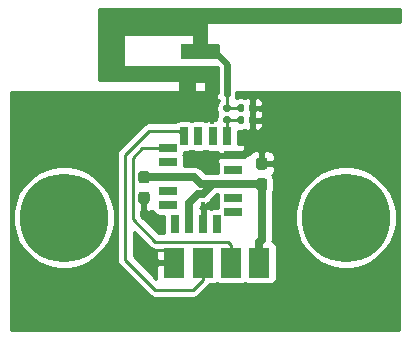
<source format=gbr>
G04 #@! TF.GenerationSoftware,KiCad,Pcbnew,(5.1.6)-1*
G04 #@! TF.CreationDate,2021-04-29T20:16:03-05:00*
G04 #@! TF.ProjectId,BEncoderBoard3(3),42456e63-6f64-4657-9242-6f6172643328,rev?*
G04 #@! TF.SameCoordinates,Original*
G04 #@! TF.FileFunction,Copper,L1,Top*
G04 #@! TF.FilePolarity,Positive*
%FSLAX46Y46*%
G04 Gerber Fmt 4.6, Leading zero omitted, Abs format (unit mm)*
G04 Created by KiCad (PCBNEW (5.1.6)-1) date 2021-04-29 20:16:03*
%MOMM*%
%LPD*%
G01*
G04 APERTURE LIST*
G04 #@! TA.AperFunction,EtchedComponent*
%ADD10C,0.010000*%
G04 #@! TD*
G04 #@! TA.AperFunction,ComponentPad*
%ADD11C,7.500000*%
G04 #@! TD*
G04 #@! TA.AperFunction,Conductor*
%ADD12R,13.000000X0.800000*%
G04 #@! TD*
G04 #@! TA.AperFunction,Conductor*
%ADD13R,10.200000X0.800000*%
G04 #@! TD*
G04 #@! TA.AperFunction,SMDPad,CuDef*
%ADD14R,1.500000X0.700000*%
G04 #@! TD*
G04 #@! TA.AperFunction,SMDPad,CuDef*
%ADD15R,0.700000X1.500000*%
G04 #@! TD*
G04 #@! TA.AperFunction,SMDPad,CuDef*
%ADD16R,1.800000X2.500000*%
G04 #@! TD*
G04 #@! TA.AperFunction,ViaPad*
%ADD17C,0.450000*%
G04 #@! TD*
G04 #@! TA.AperFunction,Conductor*
%ADD18C,0.254000*%
G04 #@! TD*
G04 #@! TA.AperFunction,Conductor*
%ADD19C,0.293370*%
G04 #@! TD*
G04 #@! TA.AperFunction,Conductor*
%ADD20C,0.635000*%
G04 #@! TD*
G04 APERTURE END LIST*
D10*
G36*
X138580729Y-82119004D02*
G01*
X138787607Y-82119004D01*
X138992023Y-82119005D01*
X139193994Y-82119005D01*
X139393534Y-82119006D01*
X139590655Y-82119007D01*
X139785374Y-82119008D01*
X139977704Y-82119009D01*
X140167659Y-82119010D01*
X140355255Y-82119011D01*
X140540504Y-82119012D01*
X140723421Y-82119013D01*
X140904022Y-82119015D01*
X141082319Y-82119016D01*
X141258327Y-82119018D01*
X141432061Y-82119019D01*
X141603535Y-82119021D01*
X141772763Y-82119023D01*
X141939760Y-82119025D01*
X142104539Y-82119027D01*
X142267115Y-82119030D01*
X142427503Y-82119032D01*
X142585716Y-82119035D01*
X142741769Y-82119037D01*
X142895676Y-82119040D01*
X143047452Y-82119043D01*
X143197110Y-82119046D01*
X143344666Y-82119049D01*
X143490133Y-82119052D01*
X143633526Y-82119056D01*
X143774859Y-82119059D01*
X143914146Y-82119063D01*
X144051401Y-82119067D01*
X144186640Y-82119071D01*
X144319875Y-82119075D01*
X144451122Y-82119079D01*
X144580395Y-82119083D01*
X144707708Y-82119088D01*
X144833075Y-82119093D01*
X144956511Y-82119097D01*
X145078029Y-82119102D01*
X145197645Y-82119108D01*
X145315373Y-82119113D01*
X145431226Y-82119118D01*
X145545220Y-82119124D01*
X145657367Y-82119130D01*
X145767684Y-82119136D01*
X145876183Y-82119142D01*
X145982880Y-82119148D01*
X146087789Y-82119155D01*
X146190923Y-82119161D01*
X146292297Y-82119168D01*
X146391926Y-82119175D01*
X146489824Y-82119183D01*
X146586005Y-82119190D01*
X146680483Y-82119198D01*
X146773273Y-82119205D01*
X146864388Y-82119213D01*
X146953844Y-82119222D01*
X147041655Y-82119230D01*
X147127834Y-82119239D01*
X147212397Y-82119247D01*
X147295356Y-82119256D01*
X147376728Y-82119265D01*
X147456526Y-82119275D01*
X147534764Y-82119284D01*
X147611456Y-82119294D01*
X147686618Y-82119304D01*
X147760262Y-82119315D01*
X147832404Y-82119325D01*
X147903058Y-82119336D01*
X147972238Y-82119347D01*
X148039959Y-82119358D01*
X148106234Y-82119369D01*
X148171078Y-82119381D01*
X148234505Y-82119392D01*
X148296530Y-82119404D01*
X148357167Y-82119417D01*
X148416430Y-82119429D01*
X148474333Y-82119442D01*
X148530891Y-82119455D01*
X148586118Y-82119468D01*
X148640028Y-82119482D01*
X148692636Y-82119495D01*
X148743956Y-82119509D01*
X148794003Y-82119524D01*
X148842789Y-82119538D01*
X148890331Y-82119553D01*
X148936641Y-82119568D01*
X148981735Y-82119583D01*
X149025627Y-82119598D01*
X149068331Y-82119614D01*
X149109861Y-82119630D01*
X149150231Y-82119647D01*
X149189457Y-82119663D01*
X149227551Y-82119680D01*
X149264529Y-82119697D01*
X149300405Y-82119715D01*
X149335193Y-82119732D01*
X149368907Y-82119750D01*
X149401562Y-82119768D01*
X149433172Y-82119787D01*
X149463751Y-82119806D01*
X149493313Y-82119825D01*
X149521874Y-82119844D01*
X149549446Y-82119864D01*
X149576045Y-82119884D01*
X149601685Y-82119904D01*
X149626379Y-82119925D01*
X149650143Y-82119946D01*
X149672991Y-82119967D01*
X149694936Y-82119988D01*
X149715994Y-82120010D01*
X149736178Y-82120032D01*
X149755503Y-82120055D01*
X149773983Y-82120077D01*
X149791632Y-82120100D01*
X149808465Y-82120124D01*
X149824496Y-82120147D01*
X149839739Y-82120171D01*
X149854209Y-82120196D01*
X149867919Y-82120220D01*
X149880885Y-82120245D01*
X149893120Y-82120271D01*
X149904639Y-82120296D01*
X149915456Y-82120322D01*
X149925585Y-82120349D01*
X149935041Y-82120375D01*
X149943838Y-82120402D01*
X149951990Y-82120430D01*
X149959511Y-82120457D01*
X149966417Y-82120485D01*
X149972720Y-82120514D01*
X149978436Y-82120542D01*
X149983578Y-82120572D01*
X149988162Y-82120601D01*
X149992200Y-82120631D01*
X149995709Y-82120661D01*
X149998701Y-82120691D01*
X150001191Y-82120722D01*
X150003194Y-82120754D01*
X150004723Y-82120785D01*
X150005794Y-82120817D01*
X150006420Y-82120850D01*
X150006586Y-82120869D01*
X150022464Y-82125440D01*
X150036966Y-82132146D01*
X150050009Y-82140907D01*
X150061506Y-82151647D01*
X150071373Y-82164288D01*
X150079525Y-82178752D01*
X150085106Y-82192613D01*
X150088134Y-82201574D01*
X150088484Y-82721326D01*
X150088513Y-82765045D01*
X150088539Y-82806276D01*
X150088561Y-82845095D01*
X150088580Y-82881574D01*
X150088595Y-82915787D01*
X150088605Y-82947807D01*
X150088612Y-82977708D01*
X150088614Y-83005564D01*
X150088611Y-83031448D01*
X150088603Y-83055433D01*
X150088590Y-83077594D01*
X150088571Y-83098003D01*
X150088547Y-83116735D01*
X150088516Y-83133863D01*
X150088480Y-83149460D01*
X150088437Y-83163600D01*
X150088387Y-83176356D01*
X150088331Y-83187803D01*
X150088267Y-83198013D01*
X150088196Y-83207061D01*
X150088118Y-83215019D01*
X150088032Y-83221962D01*
X150087937Y-83227962D01*
X150087835Y-83233094D01*
X150087724Y-83237431D01*
X150087604Y-83241047D01*
X150087475Y-83244014D01*
X150087337Y-83246407D01*
X150087190Y-83248300D01*
X150087033Y-83249765D01*
X150086866Y-83250877D01*
X150086811Y-83251169D01*
X150082671Y-83266128D01*
X150076443Y-83279850D01*
X150067991Y-83292576D01*
X150057179Y-83304544D01*
X150055610Y-83306041D01*
X150043387Y-83315787D01*
X150029708Y-83323541D01*
X150014952Y-83329098D01*
X150011323Y-83330074D01*
X150011096Y-83330129D01*
X150010849Y-83330183D01*
X150010562Y-83330236D01*
X150010216Y-83330289D01*
X150009794Y-83330340D01*
X150009277Y-83330391D01*
X150008645Y-83330441D01*
X150007882Y-83330491D01*
X150006967Y-83330540D01*
X150005884Y-83330588D01*
X150004612Y-83330635D01*
X150003134Y-83330681D01*
X150001431Y-83330727D01*
X149999484Y-83330772D01*
X149997276Y-83330816D01*
X149994787Y-83330860D01*
X149991998Y-83330903D01*
X149988892Y-83330945D01*
X149985450Y-83330987D01*
X149981653Y-83331028D01*
X149977483Y-83331068D01*
X149972922Y-83331108D01*
X149967950Y-83331147D01*
X149962549Y-83331185D01*
X149956700Y-83331222D01*
X149950386Y-83331259D01*
X149943588Y-83331296D01*
X149936286Y-83331332D01*
X149928463Y-83331367D01*
X149920100Y-83331401D01*
X149911179Y-83331435D01*
X149901680Y-83331468D01*
X149891586Y-83331501D01*
X149880877Y-83331533D01*
X149869536Y-83331565D01*
X149857544Y-83331596D01*
X149844882Y-83331626D01*
X149831531Y-83331656D01*
X149817474Y-83331685D01*
X149802692Y-83331714D01*
X149787165Y-83331742D01*
X149770877Y-83331770D01*
X149753807Y-83331797D01*
X149735938Y-83331824D01*
X149717250Y-83331850D01*
X149697727Y-83331876D01*
X149677348Y-83331901D01*
X149656096Y-83331926D01*
X149633951Y-83331950D01*
X149610896Y-83331973D01*
X149586912Y-83331997D01*
X149561980Y-83332019D01*
X149536081Y-83332042D01*
X149509198Y-83332063D01*
X149481312Y-83332085D01*
X149452404Y-83332106D01*
X149422455Y-83332126D01*
X149391447Y-83332146D01*
X149359362Y-83332166D01*
X149326181Y-83332185D01*
X149291886Y-83332204D01*
X149256457Y-83332222D01*
X149219877Y-83332240D01*
X149182127Y-83332258D01*
X149143188Y-83332275D01*
X149103042Y-83332292D01*
X149061670Y-83332308D01*
X149019054Y-83332325D01*
X148975175Y-83332340D01*
X148930015Y-83332356D01*
X148883555Y-83332371D01*
X148835777Y-83332386D01*
X148786662Y-83332400D01*
X148736191Y-83332414D01*
X148684347Y-83332428D01*
X148631110Y-83332441D01*
X148576462Y-83332454D01*
X148520384Y-83332467D01*
X148462858Y-83332480D01*
X148403866Y-83332492D01*
X148343389Y-83332504D01*
X148281407Y-83332516D01*
X148217904Y-83332527D01*
X148152860Y-83332538D01*
X148086256Y-83332549D01*
X148018075Y-83332560D01*
X147948298Y-83332570D01*
X147876905Y-83332581D01*
X147803879Y-83332591D01*
X147729202Y-83332600D01*
X147652853Y-83332610D01*
X147574816Y-83332619D01*
X147495071Y-83332628D01*
X147413600Y-83332637D01*
X147330385Y-83332646D01*
X147245406Y-83332655D01*
X147158646Y-83332663D01*
X147070085Y-83332671D01*
X146979706Y-83332679D01*
X146887490Y-83332687D01*
X146793417Y-83332695D01*
X146697471Y-83332703D01*
X146599631Y-83332710D01*
X146499881Y-83332717D01*
X146398200Y-83332725D01*
X146294571Y-83332732D01*
X146188974Y-83332739D01*
X146081393Y-83332746D01*
X145971807Y-83332752D01*
X145860198Y-83332759D01*
X145746549Y-83332766D01*
X145630840Y-83332772D01*
X145513053Y-83332779D01*
X145393169Y-83332785D01*
X145271169Y-83332792D01*
X145147036Y-83332798D01*
X145020751Y-83332804D01*
X144892295Y-83332810D01*
X144761649Y-83332816D01*
X144628796Y-83332823D01*
X144493716Y-83332829D01*
X144356391Y-83332835D01*
X144216803Y-83332841D01*
X144074933Y-83332847D01*
X143930762Y-83332853D01*
X143784272Y-83332859D01*
X143635444Y-83332865D01*
X143484260Y-83332872D01*
X143330702Y-83332878D01*
X143174750Y-83332884D01*
X143016386Y-83332890D01*
X142855593Y-83332897D01*
X142692350Y-83332903D01*
X142526640Y-83332909D01*
X142358444Y-83332916D01*
X142187744Y-83332923D01*
X142014521Y-83332929D01*
X141838756Y-83332936D01*
X141835470Y-83332936D01*
X133669858Y-83333251D01*
X133669537Y-84230975D01*
X133669216Y-85128700D01*
X134123568Y-85128700D01*
X134164553Y-85128699D01*
X134203058Y-85128696D01*
X134239162Y-85128694D01*
X134272946Y-85128693D01*
X134304491Y-85128694D01*
X134333875Y-85128699D01*
X134361179Y-85128708D01*
X134386483Y-85128724D01*
X134409867Y-85128747D01*
X134431411Y-85128779D01*
X134451195Y-85128820D01*
X134469300Y-85128873D01*
X134485804Y-85128937D01*
X134500789Y-85129015D01*
X134514335Y-85129108D01*
X134526521Y-85129216D01*
X134537427Y-85129342D01*
X134547133Y-85129486D01*
X134555721Y-85129649D01*
X134563269Y-85129833D01*
X134569857Y-85130040D01*
X134575566Y-85130269D01*
X134580476Y-85130523D01*
X134584667Y-85130803D01*
X134588219Y-85131109D01*
X134591211Y-85131444D01*
X134593724Y-85131808D01*
X134595839Y-85132202D01*
X134597634Y-85132629D01*
X134599191Y-85133088D01*
X134600589Y-85133582D01*
X134601907Y-85134111D01*
X134603228Y-85134677D01*
X134604629Y-85135281D01*
X134606192Y-85135924D01*
X134606620Y-85136092D01*
X134620090Y-85142654D01*
X134632591Y-85151373D01*
X134643803Y-85161930D01*
X134653406Y-85174006D01*
X134661078Y-85187280D01*
X134663494Y-85192754D01*
X134664218Y-85194500D01*
X134664889Y-85196084D01*
X134665509Y-85197605D01*
X134666079Y-85199160D01*
X134666602Y-85200849D01*
X134667080Y-85202772D01*
X134667515Y-85205027D01*
X134667908Y-85207713D01*
X134668263Y-85210929D01*
X134668580Y-85214774D01*
X134668863Y-85219347D01*
X134669112Y-85224747D01*
X134669331Y-85231073D01*
X134669520Y-85238425D01*
X134669683Y-85246900D01*
X134669822Y-85256599D01*
X134669937Y-85267619D01*
X134670032Y-85280061D01*
X134670108Y-85294023D01*
X134670168Y-85309603D01*
X134670213Y-85326902D01*
X134670245Y-85346017D01*
X134670268Y-85367049D01*
X134670281Y-85390096D01*
X134670289Y-85415256D01*
X134670292Y-85442630D01*
X134670293Y-85472316D01*
X134670294Y-85504412D01*
X134670295Y-85521715D01*
X134670317Y-85825758D01*
X135095465Y-86250776D01*
X135123213Y-86278519D01*
X135150539Y-86305849D01*
X135177388Y-86332707D01*
X135203700Y-86359037D01*
X135229418Y-86384780D01*
X135254485Y-86409879D01*
X135278842Y-86434275D01*
X135302433Y-86457910D01*
X135325199Y-86480727D01*
X135347083Y-86502667D01*
X135368027Y-86523673D01*
X135387973Y-86543687D01*
X135406864Y-86562650D01*
X135424641Y-86580506D01*
X135441248Y-86597196D01*
X135456627Y-86612661D01*
X135470719Y-86626845D01*
X135483468Y-86639690D01*
X135494815Y-86651136D01*
X135504703Y-86661127D01*
X135513074Y-86669605D01*
X135519871Y-86676511D01*
X135525035Y-86681788D01*
X135528509Y-86685378D01*
X135530236Y-86687223D01*
X135530315Y-86687316D01*
X135545218Y-86706863D01*
X135557733Y-86727306D01*
X135567908Y-86748748D01*
X135575789Y-86771288D01*
X135581423Y-86795030D01*
X135582396Y-86800611D01*
X135582503Y-86801440D01*
X135582607Y-86802617D01*
X135582706Y-86804189D01*
X135582802Y-86806201D01*
X135582894Y-86808700D01*
X135582983Y-86811731D01*
X135583068Y-86815342D01*
X135583149Y-86819578D01*
X135583227Y-86824485D01*
X135583302Y-86830110D01*
X135583374Y-86836498D01*
X135583442Y-86843697D01*
X135583507Y-86851751D01*
X135583569Y-86860708D01*
X135583629Y-86870613D01*
X135583685Y-86881513D01*
X135583738Y-86893453D01*
X135583789Y-86906481D01*
X135583837Y-86920641D01*
X135583882Y-86935981D01*
X135583924Y-86952546D01*
X135583965Y-86970382D01*
X135584002Y-86989536D01*
X135584038Y-87010055D01*
X135584071Y-87031983D01*
X135584101Y-87055368D01*
X135584130Y-87080255D01*
X135584157Y-87106690D01*
X135584181Y-87134721D01*
X135584204Y-87164392D01*
X135584225Y-87195750D01*
X135584244Y-87228842D01*
X135584261Y-87263713D01*
X135584277Y-87300409D01*
X135584291Y-87338978D01*
X135584303Y-87379464D01*
X135584314Y-87421915D01*
X135584324Y-87466375D01*
X135584332Y-87512892D01*
X135584339Y-87561512D01*
X135584345Y-87612281D01*
X135584350Y-87665244D01*
X135584354Y-87720449D01*
X135584357Y-87777941D01*
X135584359Y-87837766D01*
X135584360Y-87899971D01*
X135584360Y-88031704D01*
X135584359Y-88095285D01*
X135584357Y-88164783D01*
X135584355Y-88231767D01*
X135584353Y-88296282D01*
X135584349Y-88358375D01*
X135584345Y-88418092D01*
X135584340Y-88475478D01*
X135584334Y-88530579D01*
X135584327Y-88583443D01*
X135584319Y-88634114D01*
X135584310Y-88682638D01*
X135584300Y-88729062D01*
X135584288Y-88773432D01*
X135584275Y-88815793D01*
X135584261Y-88856191D01*
X135584245Y-88894673D01*
X135584228Y-88931285D01*
X135584209Y-88966072D01*
X135584188Y-88999081D01*
X135584166Y-89030357D01*
X135584141Y-89059947D01*
X135584115Y-89087896D01*
X135584087Y-89114251D01*
X135584057Y-89139057D01*
X135584024Y-89162360D01*
X135583990Y-89184207D01*
X135583953Y-89204643D01*
X135583914Y-89223715D01*
X135583872Y-89241468D01*
X135583828Y-89257949D01*
X135583782Y-89273203D01*
X135583733Y-89287277D01*
X135583681Y-89300215D01*
X135583626Y-89312066D01*
X135583569Y-89322873D01*
X135583509Y-89332684D01*
X135583446Y-89341544D01*
X135583380Y-89349500D01*
X135583310Y-89356597D01*
X135583238Y-89362881D01*
X135583162Y-89368398D01*
X135583083Y-89373195D01*
X135583001Y-89377317D01*
X135582915Y-89380811D01*
X135582826Y-89383722D01*
X135582733Y-89386095D01*
X135582636Y-89387979D01*
X135582536Y-89389417D01*
X135582432Y-89390457D01*
X135582388Y-89390776D01*
X135577580Y-89414410D01*
X135570457Y-89437114D01*
X135561133Y-89458748D01*
X135549721Y-89479175D01*
X135536335Y-89498257D01*
X135521090Y-89515856D01*
X135504097Y-89531835D01*
X135485473Y-89546055D01*
X135465329Y-89558379D01*
X135443780Y-89568669D01*
X135431922Y-89573217D01*
X135414921Y-89578324D01*
X135396648Y-89582219D01*
X135377880Y-89584801D01*
X135359395Y-89585968D01*
X135341970Y-89585617D01*
X135339210Y-89585402D01*
X135314944Y-89582049D01*
X135291438Y-89576304D01*
X135268835Y-89568230D01*
X135247279Y-89557892D01*
X135226912Y-89545355D01*
X135207879Y-89530681D01*
X135199554Y-89523176D01*
X135182941Y-89505716D01*
X135168383Y-89486746D01*
X135155914Y-89466325D01*
X135145566Y-89444514D01*
X135137372Y-89421370D01*
X135132219Y-89401136D01*
X135129261Y-89387210D01*
X135128937Y-88158880D01*
X135128613Y-86930549D01*
X134829375Y-86631306D01*
X134530138Y-86332062D01*
X133042477Y-86332070D01*
X132760090Y-86332070D01*
X132695566Y-86332069D01*
X132633385Y-86332068D01*
X132573503Y-86332066D01*
X132515875Y-86332064D01*
X132460459Y-86332061D01*
X132407210Y-86332057D01*
X132356086Y-86332053D01*
X132307041Y-86332048D01*
X132260034Y-86332041D01*
X132215019Y-86332034D01*
X132171955Y-86332026D01*
X132130796Y-86332016D01*
X132091499Y-86332006D01*
X132054021Y-86331994D01*
X132018317Y-86331980D01*
X131984345Y-86331965D01*
X131952061Y-86331949D01*
X131921421Y-86331931D01*
X131892381Y-86331911D01*
X131864898Y-86331890D01*
X131838929Y-86331867D01*
X131814428Y-86331842D01*
X131791354Y-86331815D01*
X131769662Y-86331786D01*
X131749308Y-86331755D01*
X131730250Y-86331722D01*
X131712443Y-86331686D01*
X131695843Y-86331649D01*
X131680408Y-86331608D01*
X131666093Y-86331566D01*
X131652855Y-86331521D01*
X131640651Y-86331473D01*
X131629435Y-86331423D01*
X131619166Y-86331370D01*
X131609799Y-86331314D01*
X131601291Y-86331255D01*
X131593597Y-86331194D01*
X131586676Y-86331129D01*
X131580481Y-86331061D01*
X131574971Y-86330990D01*
X131570102Y-86330916D01*
X131565829Y-86330839D01*
X131562110Y-86330758D01*
X131558900Y-86330673D01*
X131556156Y-86330586D01*
X131553835Y-86330494D01*
X131551892Y-86330399D01*
X131550284Y-86330300D01*
X131548968Y-86330198D01*
X131547899Y-86330091D01*
X131547035Y-86329981D01*
X131546331Y-86329867D01*
X131545744Y-86329748D01*
X131545231Y-86329625D01*
X131545190Y-86329615D01*
X131529680Y-86324388D01*
X131515553Y-86317059D01*
X131502941Y-86307763D01*
X131491976Y-86296632D01*
X131482792Y-86283800D01*
X131475520Y-86269400D01*
X131470543Y-86254537D01*
X131470375Y-86253712D01*
X131470217Y-86252511D01*
X131470069Y-86250862D01*
X131469929Y-86248690D01*
X131469798Y-86245923D01*
X131469675Y-86242487D01*
X131469561Y-86238311D01*
X131469454Y-86233319D01*
X131469356Y-86227440D01*
X131469264Y-86220599D01*
X131469180Y-86212725D01*
X131469102Y-86203744D01*
X131469031Y-86193582D01*
X131468966Y-86182166D01*
X131468908Y-86169425D01*
X131468855Y-86155283D01*
X131468807Y-86139668D01*
X131468764Y-86122508D01*
X131468727Y-86103728D01*
X131468693Y-86083256D01*
X131468664Y-86061019D01*
X131468640Y-86036943D01*
X131468619Y-86010956D01*
X131468601Y-85982983D01*
X131468586Y-85952953D01*
X131468575Y-85920792D01*
X131468566Y-85886426D01*
X131468559Y-85849783D01*
X131468555Y-85810790D01*
X131468552Y-85769373D01*
X131468551Y-85731332D01*
X131468551Y-85687617D01*
X131468553Y-85646390D01*
X131468557Y-85607579D01*
X131468563Y-85571110D01*
X131468572Y-85536912D01*
X131468584Y-85504911D01*
X131468599Y-85475036D01*
X131468618Y-85447213D01*
X131468640Y-85421371D01*
X131468666Y-85397436D01*
X131468696Y-85375336D01*
X131468731Y-85354998D01*
X131468770Y-85336351D01*
X131468815Y-85319321D01*
X131468864Y-85303837D01*
X131468920Y-85289824D01*
X131468980Y-85277212D01*
X131469048Y-85265927D01*
X131469121Y-85255897D01*
X131469201Y-85247049D01*
X131469288Y-85239311D01*
X131469382Y-85232610D01*
X131469483Y-85226874D01*
X131469592Y-85222031D01*
X131469708Y-85218007D01*
X131469833Y-85214730D01*
X131469967Y-85212128D01*
X131470109Y-85210128D01*
X131470260Y-85208657D01*
X131470420Y-85207644D01*
X131470459Y-85207465D01*
X131475251Y-85192293D01*
X131482236Y-85178296D01*
X131491256Y-85165636D01*
X131502151Y-85154477D01*
X131514762Y-85144983D01*
X131528931Y-85137317D01*
X131544124Y-85131749D01*
X131544920Y-85131535D01*
X131545835Y-85131334D01*
X131546948Y-85131146D01*
X131548339Y-85130969D01*
X131550087Y-85130804D01*
X131552272Y-85130651D01*
X131554974Y-85130507D01*
X131558272Y-85130374D01*
X131562246Y-85130251D01*
X131566975Y-85130136D01*
X131572540Y-85130031D01*
X131579020Y-85129934D01*
X131586494Y-85129844D01*
X131595042Y-85129762D01*
X131604743Y-85129687D01*
X131615678Y-85129618D01*
X131627926Y-85129555D01*
X131641567Y-85129497D01*
X131656680Y-85129445D01*
X131673344Y-85129397D01*
X131691640Y-85129353D01*
X131711648Y-85129312D01*
X131733446Y-85129275D01*
X131757114Y-85129240D01*
X131782732Y-85129208D01*
X131810380Y-85129177D01*
X131840138Y-85129148D01*
X131872084Y-85129119D01*
X131906299Y-85129090D01*
X131942862Y-85129062D01*
X131981852Y-85129032D01*
X132009148Y-85129012D01*
X132465851Y-85128679D01*
X132465851Y-84331149D01*
X126669207Y-84331149D01*
X126669528Y-85663494D01*
X126669848Y-86995838D01*
X130626877Y-86996109D01*
X130749272Y-86996117D01*
X130869133Y-86996125D01*
X130986487Y-86996134D01*
X131101359Y-86996142D01*
X131213777Y-86996150D01*
X131323766Y-86996159D01*
X131431353Y-86996167D01*
X131536565Y-86996176D01*
X131639427Y-86996184D01*
X131739966Y-86996193D01*
X131838209Y-86996201D01*
X131934181Y-86996210D01*
X132027910Y-86996219D01*
X132119421Y-86996228D01*
X132208742Y-86996238D01*
X132295897Y-86996247D01*
X132380915Y-86996257D01*
X132463820Y-86996267D01*
X132544640Y-86996277D01*
X132623401Y-86996287D01*
X132700129Y-86996297D01*
X132774850Y-86996308D01*
X132847592Y-86996319D01*
X132918380Y-86996331D01*
X132987241Y-86996343D01*
X133054201Y-86996355D01*
X133119287Y-86996367D01*
X133182524Y-86996380D01*
X133243940Y-86996393D01*
X133303560Y-86996407D01*
X133361412Y-86996421D01*
X133417521Y-86996435D01*
X133471913Y-86996450D01*
X133524616Y-86996466D01*
X133575656Y-86996481D01*
X133625058Y-86996498D01*
X133672850Y-86996515D01*
X133719058Y-86996532D01*
X133763707Y-86996550D01*
X133806825Y-86996568D01*
X133848438Y-86996587D01*
X133888573Y-86996607D01*
X133927254Y-86996627D01*
X133964510Y-86996648D01*
X134000366Y-86996670D01*
X134034849Y-86996692D01*
X134067985Y-86996715D01*
X134099801Y-86996738D01*
X134130323Y-86996762D01*
X134159576Y-86996787D01*
X134187589Y-86996813D01*
X134214386Y-86996839D01*
X134239995Y-86996867D01*
X134264442Y-86996894D01*
X134287753Y-86996923D01*
X134309954Y-86996953D01*
X134331073Y-86996983D01*
X134351135Y-86997014D01*
X134370166Y-86997046D01*
X134388193Y-86997079D01*
X134405243Y-86997113D01*
X134421342Y-86997148D01*
X134436516Y-86997184D01*
X134450792Y-86997220D01*
X134464196Y-86997258D01*
X134476754Y-86997296D01*
X134488492Y-86997336D01*
X134499438Y-86997377D01*
X134509618Y-86997418D01*
X134519057Y-86997461D01*
X134527783Y-86997504D01*
X134535821Y-86997549D01*
X134543198Y-86997595D01*
X134549941Y-86997642D01*
X134556075Y-86997690D01*
X134561628Y-86997739D01*
X134566625Y-86997789D01*
X134571093Y-86997840D01*
X134575058Y-86997893D01*
X134578547Y-86997947D01*
X134581587Y-86998002D01*
X134584202Y-86998058D01*
X134586421Y-86998115D01*
X134588268Y-86998174D01*
X134589771Y-86998234D01*
X134590957Y-86998295D01*
X134591850Y-86998358D01*
X134592479Y-86998422D01*
X134592866Y-86998487D01*
X134607824Y-87003282D01*
X134621661Y-87010267D01*
X134634180Y-87019244D01*
X134645183Y-87030014D01*
X134654474Y-87042380D01*
X134661855Y-87056143D01*
X134667129Y-87071105D01*
X134667809Y-87073784D01*
X134667954Y-87074417D01*
X134668094Y-87075113D01*
X134668228Y-87075922D01*
X134668357Y-87076896D01*
X134668480Y-87078087D01*
X134668598Y-87079545D01*
X134668711Y-87081322D01*
X134668818Y-87083470D01*
X134668921Y-87086040D01*
X134669018Y-87089083D01*
X134669111Y-87092650D01*
X134669200Y-87096794D01*
X134669284Y-87101564D01*
X134669363Y-87107014D01*
X134669438Y-87113194D01*
X134669510Y-87120155D01*
X134669577Y-87127950D01*
X134669640Y-87136628D01*
X134669699Y-87146242D01*
X134669755Y-87156844D01*
X134669807Y-87168483D01*
X134669856Y-87181213D01*
X134669901Y-87195084D01*
X134669943Y-87210147D01*
X134669982Y-87226455D01*
X134670019Y-87244057D01*
X134670052Y-87263007D01*
X134670082Y-87283354D01*
X134670110Y-87305152D01*
X134670136Y-87328450D01*
X134670159Y-87353300D01*
X134670179Y-87379754D01*
X134670198Y-87407863D01*
X134670215Y-87437678D01*
X134670229Y-87469251D01*
X134670242Y-87502634D01*
X134670253Y-87537877D01*
X134670263Y-87575032D01*
X134670271Y-87614150D01*
X134670278Y-87655283D01*
X134670283Y-87698482D01*
X134670288Y-87743799D01*
X134670292Y-87791284D01*
X134670294Y-87840990D01*
X134670296Y-87892967D01*
X134670298Y-87947268D01*
X134670298Y-88003943D01*
X134670299Y-88063043D01*
X134670299Y-88287765D01*
X134670298Y-88345935D01*
X134670297Y-88401699D01*
X134670296Y-88455108D01*
X134670293Y-88506214D01*
X134670290Y-88555068D01*
X134670286Y-88601721D01*
X134670281Y-88646225D01*
X134670275Y-88688631D01*
X134670268Y-88728990D01*
X134670259Y-88767354D01*
X134670249Y-88803774D01*
X134670237Y-88838302D01*
X134670224Y-88870989D01*
X134670208Y-88901887D01*
X134670191Y-88931046D01*
X134670172Y-88958518D01*
X134670150Y-88984355D01*
X134670126Y-89008608D01*
X134670100Y-89031328D01*
X134670071Y-89052567D01*
X134670039Y-89072376D01*
X134670005Y-89090806D01*
X134669968Y-89107909D01*
X134669928Y-89123737D01*
X134669884Y-89138340D01*
X134669838Y-89151769D01*
X134669788Y-89164078D01*
X134669734Y-89175316D01*
X134669677Y-89185535D01*
X134669616Y-89194787D01*
X134669552Y-89203122D01*
X134669483Y-89210593D01*
X134669410Y-89217251D01*
X134669333Y-89223146D01*
X134669252Y-89228331D01*
X134669167Y-89232857D01*
X134669077Y-89236775D01*
X134668982Y-89240136D01*
X134668882Y-89242993D01*
X134668778Y-89245396D01*
X134668668Y-89247396D01*
X134668554Y-89249046D01*
X134668434Y-89250396D01*
X134668309Y-89251498D01*
X134668178Y-89252403D01*
X134668042Y-89253163D01*
X134667900Y-89253829D01*
X134667809Y-89254217D01*
X134662856Y-89269601D01*
X134655766Y-89283695D01*
X134646703Y-89296332D01*
X134635830Y-89307347D01*
X134623309Y-89316575D01*
X134609305Y-89323849D01*
X134594188Y-89328951D01*
X134593317Y-89329170D01*
X134592418Y-89329376D01*
X134591413Y-89329570D01*
X134590229Y-89329752D01*
X134588790Y-89329923D01*
X134587020Y-89330083D01*
X134584846Y-89330231D01*
X134582191Y-89330370D01*
X134578981Y-89330498D01*
X134575140Y-89330617D01*
X134570594Y-89330727D01*
X134565266Y-89330828D01*
X134559083Y-89330920D01*
X134551968Y-89331004D01*
X134543847Y-89331081D01*
X134534644Y-89331150D01*
X134524285Y-89331212D01*
X134512695Y-89331268D01*
X134499797Y-89331317D01*
X134485518Y-89331360D01*
X134469781Y-89331398D01*
X134452512Y-89331431D01*
X134433636Y-89331459D01*
X134413077Y-89331483D01*
X134390760Y-89331502D01*
X134366611Y-89331518D01*
X134340553Y-89331531D01*
X134312513Y-89331541D01*
X134282414Y-89331548D01*
X134250182Y-89331553D01*
X134215742Y-89331557D01*
X134179018Y-89331559D01*
X134139935Y-89331560D01*
X134025408Y-89331560D01*
X133984669Y-89331559D01*
X133946339Y-89331558D01*
X133910344Y-89331555D01*
X133876609Y-89331551D01*
X133845059Y-89331545D01*
X133815618Y-89331537D01*
X133788212Y-89331526D01*
X133762766Y-89331512D01*
X133739203Y-89331494D01*
X133717450Y-89331473D01*
X133697431Y-89331448D01*
X133679071Y-89331418D01*
X133662294Y-89331383D01*
X133647026Y-89331343D01*
X133633192Y-89331298D01*
X133620716Y-89331246D01*
X133609523Y-89331188D01*
X133599539Y-89331124D01*
X133590688Y-89331052D01*
X133582894Y-89330973D01*
X133576083Y-89330886D01*
X133570180Y-89330791D01*
X133565110Y-89330687D01*
X133560797Y-89330575D01*
X133557166Y-89330453D01*
X133554143Y-89330322D01*
X133551652Y-89330180D01*
X133549617Y-89330029D01*
X133547965Y-89329866D01*
X133546619Y-89329693D01*
X133545505Y-89329507D01*
X133544547Y-89329310D01*
X133543671Y-89329101D01*
X133543236Y-89328991D01*
X133529046Y-89324145D01*
X133515489Y-89317159D01*
X133503092Y-89308364D01*
X133492380Y-89298089D01*
X133490403Y-89295786D01*
X133485187Y-89288594D01*
X133479950Y-89279818D01*
X133475178Y-89270384D01*
X133471357Y-89261219D01*
X133469838Y-89256632D01*
X133469638Y-89255855D01*
X133469450Y-89254881D01*
X133469274Y-89253631D01*
X133469108Y-89252026D01*
X133468954Y-89249986D01*
X133468809Y-89247433D01*
X133468675Y-89244288D01*
X133468550Y-89240470D01*
X133468434Y-89235902D01*
X133468326Y-89230505D01*
X133468226Y-89224198D01*
X133468134Y-89216904D01*
X133468050Y-89208542D01*
X133467972Y-89199035D01*
X133467900Y-89188302D01*
X133467834Y-89176265D01*
X133467774Y-89162845D01*
X133467718Y-89147962D01*
X133467668Y-89131538D01*
X133467621Y-89113494D01*
X133467578Y-89093749D01*
X133467538Y-89072226D01*
X133467502Y-89048845D01*
X133467467Y-89023528D01*
X133467435Y-88996194D01*
X133467404Y-88966765D01*
X133467374Y-88935162D01*
X133467345Y-88901306D01*
X133467315Y-88865118D01*
X133467286Y-88826518D01*
X133467260Y-88790327D01*
X133466929Y-88331703D01*
X132669400Y-88331703D01*
X132669355Y-88785206D01*
X132669352Y-88826155D01*
X132669350Y-88864624D01*
X132669348Y-88900693D01*
X132669344Y-88934442D01*
X132669339Y-88965950D01*
X132669329Y-88995299D01*
X132669316Y-89022569D01*
X132669296Y-89047838D01*
X132669269Y-89071189D01*
X132669235Y-89092700D01*
X132669191Y-89112452D01*
X132669137Y-89130524D01*
X132669071Y-89146998D01*
X132668992Y-89161953D01*
X132668900Y-89175469D01*
X132668793Y-89187626D01*
X132668669Y-89198505D01*
X132668528Y-89208186D01*
X132668369Y-89216748D01*
X132668190Y-89224272D01*
X132667991Y-89230838D01*
X132667769Y-89236526D01*
X132667525Y-89241416D01*
X132667256Y-89245589D01*
X132666962Y-89249124D01*
X132666641Y-89252101D01*
X132666293Y-89254601D01*
X132665916Y-89256704D01*
X132665509Y-89258489D01*
X132665071Y-89260038D01*
X132664601Y-89261429D01*
X132664097Y-89262744D01*
X132663559Y-89264062D01*
X132662985Y-89265464D01*
X132662439Y-89266857D01*
X132656464Y-89279453D01*
X132648414Y-89291646D01*
X132638763Y-89302819D01*
X132627987Y-89312357D01*
X132626514Y-89313455D01*
X132618975Y-89318223D01*
X132609972Y-89322785D01*
X132600585Y-89326642D01*
X132592953Y-89329032D01*
X132592150Y-89329231D01*
X132591290Y-89329419D01*
X132590301Y-89329596D01*
X132589115Y-89329763D01*
X132587660Y-89329921D01*
X132585868Y-89330069D01*
X132583667Y-89330208D01*
X132580988Y-89330338D01*
X132577761Y-89330459D01*
X132573916Y-89330572D01*
X132569383Y-89330677D01*
X132564091Y-89330774D01*
X132557971Y-89330864D01*
X132550952Y-89330947D01*
X132542965Y-89331022D01*
X132533939Y-89331092D01*
X132523805Y-89331155D01*
X132512492Y-89331212D01*
X132499930Y-89331263D01*
X132486050Y-89331309D01*
X132470780Y-89331350D01*
X132454052Y-89331387D01*
X132435795Y-89331418D01*
X132415939Y-89331446D01*
X132394414Y-89331470D01*
X132371150Y-89331490D01*
X132346077Y-89331506D01*
X132319124Y-89331520D01*
X132290223Y-89331531D01*
X132259302Y-89331540D01*
X132226292Y-89331547D01*
X132191122Y-89331551D01*
X132153723Y-89331554D01*
X132114024Y-89331556D01*
X132071956Y-89331558D01*
X131993665Y-89331558D01*
X131947128Y-89331557D01*
X131903082Y-89331556D01*
X131861459Y-89331553D01*
X131822189Y-89331548D01*
X131785202Y-89331542D01*
X131750431Y-89331533D01*
X131717806Y-89331522D01*
X131687258Y-89331509D01*
X131658717Y-89331492D01*
X131632115Y-89331473D01*
X131607383Y-89331450D01*
X131584452Y-89331424D01*
X131563252Y-89331394D01*
X131543715Y-89331360D01*
X131525771Y-89331321D01*
X131509351Y-89331278D01*
X131494387Y-89331231D01*
X131480809Y-89331178D01*
X131468548Y-89331120D01*
X131457536Y-89331057D01*
X131447702Y-89330988D01*
X131438978Y-89330912D01*
X131431296Y-89330831D01*
X131424585Y-89330743D01*
X131418777Y-89330649D01*
X131413802Y-89330548D01*
X131409592Y-89330439D01*
X131406078Y-89330323D01*
X131403191Y-89330199D01*
X131400860Y-89330068D01*
X131399019Y-89329928D01*
X131397596Y-89329780D01*
X131396524Y-89329624D01*
X131395777Y-89329469D01*
X131381122Y-89324588D01*
X131367411Y-89317523D01*
X131354893Y-89308519D01*
X131343817Y-89297820D01*
X131334431Y-89285672D01*
X131326986Y-89272317D01*
X131321729Y-89258002D01*
X131321285Y-89256342D01*
X131321063Y-89255452D01*
X131320853Y-89254514D01*
X131320657Y-89253451D01*
X131320473Y-89252184D01*
X131320301Y-89250635D01*
X131320141Y-89248727D01*
X131319992Y-89246380D01*
X131319855Y-89243516D01*
X131319727Y-89240059D01*
X131319610Y-89235929D01*
X131319503Y-89231048D01*
X131319405Y-89225339D01*
X131319316Y-89218722D01*
X131319235Y-89211121D01*
X131319163Y-89202456D01*
X131319098Y-89192650D01*
X131319040Y-89181625D01*
X131318990Y-89169302D01*
X131318946Y-89155603D01*
X131318908Y-89140450D01*
X131318876Y-89123766D01*
X131318850Y-89105471D01*
X131318828Y-89085488D01*
X131318811Y-89063739D01*
X131318798Y-89040145D01*
X131318789Y-89014629D01*
X131318783Y-88987111D01*
X131318780Y-88957515D01*
X131318779Y-88925762D01*
X131318781Y-88891774D01*
X131318785Y-88855472D01*
X131318790Y-88816779D01*
X131318795Y-88775616D01*
X131318796Y-88768713D01*
X131318866Y-88291036D01*
X131274993Y-88290281D01*
X131270110Y-88290215D01*
X131262780Y-88290141D01*
X131253118Y-88290061D01*
X131241236Y-88289974D01*
X131227249Y-88289881D01*
X131211270Y-88289783D01*
X131193413Y-88289681D01*
X131173792Y-88289574D01*
X131152521Y-88289464D01*
X131129713Y-88289351D01*
X131105482Y-88289235D01*
X131079942Y-88289118D01*
X131053207Y-88288999D01*
X131025390Y-88288879D01*
X130996605Y-88288759D01*
X130966966Y-88288639D01*
X130936586Y-88288521D01*
X130905580Y-88288403D01*
X130874060Y-88288288D01*
X130842587Y-88288177D01*
X130807059Y-88288052D01*
X130770105Y-88287922D01*
X130731954Y-88287785D01*
X130692832Y-88287644D01*
X130652969Y-88287499D01*
X130612594Y-88287351D01*
X130571934Y-88287201D01*
X130531218Y-88287050D01*
X130490675Y-88286898D01*
X130450532Y-88286746D01*
X130411019Y-88286596D01*
X130372363Y-88286447D01*
X130334793Y-88286302D01*
X130298538Y-88286161D01*
X130263826Y-88286024D01*
X130230885Y-88285893D01*
X130199943Y-88285768D01*
X130171230Y-88285651D01*
X130158972Y-88285600D01*
X130128349Y-88285473D01*
X130095452Y-88285337D01*
X130060568Y-88285193D01*
X130023985Y-88285043D01*
X129985989Y-88284886D01*
X129946866Y-88284726D01*
X129906904Y-88284562D01*
X129866389Y-88284397D01*
X129825608Y-88284231D01*
X129784848Y-88284065D01*
X129744396Y-88283900D01*
X129704539Y-88283738D01*
X129665562Y-88283580D01*
X129627754Y-88283428D01*
X129591401Y-88283281D01*
X129556790Y-88283142D01*
X129538086Y-88283066D01*
X129504206Y-88282931D01*
X129468210Y-88282786D01*
X129430401Y-88282634D01*
X129391081Y-88282476D01*
X129350555Y-88282313D01*
X129309124Y-88282147D01*
X129267093Y-88281978D01*
X129224764Y-88281807D01*
X129182440Y-88281637D01*
X129140425Y-88281468D01*
X129099021Y-88281301D01*
X129058532Y-88281138D01*
X129019261Y-88280980D01*
X128981510Y-88280828D01*
X128945584Y-88280683D01*
X128911784Y-88280547D01*
X128897997Y-88280491D01*
X128843602Y-88280272D01*
X128787840Y-88280047D01*
X128730644Y-88279816D01*
X128671943Y-88279579D01*
X128611668Y-88279336D01*
X128549752Y-88279086D01*
X128486123Y-88278830D01*
X128420714Y-88278566D01*
X128353456Y-88278295D01*
X128284278Y-88278016D01*
X128213113Y-88277729D01*
X128139890Y-88277434D01*
X128064542Y-88277130D01*
X127986999Y-88276818D01*
X127907191Y-88276496D01*
X127825050Y-88276165D01*
X127740507Y-88275825D01*
X127653492Y-88275474D01*
X127628061Y-88275372D01*
X127594444Y-88275236D01*
X127558680Y-88275092D01*
X127521077Y-88274940D01*
X127481944Y-88274783D01*
X127441590Y-88274620D01*
X127400324Y-88274453D01*
X127358454Y-88274284D01*
X127316289Y-88274114D01*
X127274139Y-88273944D01*
X127232311Y-88273775D01*
X127191115Y-88273609D01*
X127150859Y-88273446D01*
X127111853Y-88273289D01*
X127074405Y-88273137D01*
X127038823Y-88272993D01*
X127005417Y-88272858D01*
X126997574Y-88272827D01*
X126965600Y-88272697D01*
X126931357Y-88272559D01*
X126895135Y-88272413D01*
X126857225Y-88272260D01*
X126817918Y-88272102D01*
X126777505Y-88271940D01*
X126736276Y-88271774D01*
X126694523Y-88271606D01*
X126652535Y-88271438D01*
X126610605Y-88271270D01*
X126569022Y-88271103D01*
X126528078Y-88270939D01*
X126488063Y-88270779D01*
X126449268Y-88270624D01*
X126411985Y-88270475D01*
X126376503Y-88270334D01*
X126353004Y-88270240D01*
X126319680Y-88270106D01*
X126284753Y-88269965D01*
X126248485Y-88269816D01*
X126211135Y-88269661D01*
X126172966Y-88269502D01*
X126134238Y-88269339D01*
X126095211Y-88269173D01*
X126056146Y-88269006D01*
X126017304Y-88268839D01*
X125978946Y-88268673D01*
X125941333Y-88268509D01*
X125904724Y-88268347D01*
X125869382Y-88268190D01*
X125835566Y-88268038D01*
X125803538Y-88267893D01*
X125773558Y-88267756D01*
X125746840Y-88267631D01*
X125723388Y-88267525D01*
X125697557Y-88267417D01*
X125669531Y-88267307D01*
X125639491Y-88267196D01*
X125607621Y-88267083D01*
X125574102Y-88266970D01*
X125539117Y-88266857D01*
X125502849Y-88266745D01*
X125465479Y-88266634D01*
X125427190Y-88266525D01*
X125388165Y-88266417D01*
X125348586Y-88266313D01*
X125308635Y-88266211D01*
X125268494Y-88266113D01*
X125228347Y-88266019D01*
X125188375Y-88265930D01*
X125148760Y-88265846D01*
X125109686Y-88265768D01*
X125071335Y-88265696D01*
X125033888Y-88265631D01*
X125024180Y-88265615D01*
X124982662Y-88265545D01*
X124943633Y-88265477D01*
X124907019Y-88265409D01*
X124872749Y-88265342D01*
X124840750Y-88265274D01*
X124810950Y-88265206D01*
X124783277Y-88265137D01*
X124757658Y-88265066D01*
X124734022Y-88264994D01*
X124712296Y-88264920D01*
X124692407Y-88264843D01*
X124674284Y-88264763D01*
X124657854Y-88264681D01*
X124643045Y-88264594D01*
X124629785Y-88264504D01*
X124618001Y-88264409D01*
X124607621Y-88264309D01*
X124598573Y-88264204D01*
X124590785Y-88264094D01*
X124584184Y-88263978D01*
X124578699Y-88263855D01*
X124574256Y-88263726D01*
X124570784Y-88263589D01*
X124568210Y-88263446D01*
X124566462Y-88263294D01*
X124565649Y-88263174D01*
X124552112Y-88259466D01*
X124539628Y-88253857D01*
X124527803Y-88246130D01*
X124516248Y-88236070D01*
X124515861Y-88235690D01*
X124507084Y-88226178D01*
X124500142Y-88216535D01*
X124494517Y-88205934D01*
X124490092Y-88194724D01*
X124485866Y-88182563D01*
X124485866Y-82202854D01*
X124488866Y-82193298D01*
X124495025Y-82177641D01*
X124503114Y-82163545D01*
X124513002Y-82151132D01*
X124524555Y-82140525D01*
X124537640Y-82131848D01*
X124552123Y-82125224D01*
X124567119Y-82120931D01*
X124567461Y-82120897D01*
X124568175Y-82120864D01*
X124569276Y-82120831D01*
X124570778Y-82120799D01*
X124572695Y-82120767D01*
X124575043Y-82120735D01*
X124577835Y-82120704D01*
X124581086Y-82120673D01*
X124584811Y-82120642D01*
X124589023Y-82120612D01*
X124593737Y-82120582D01*
X124598969Y-82120553D01*
X124604731Y-82120524D01*
X124611039Y-82120495D01*
X124617907Y-82120467D01*
X124625349Y-82120439D01*
X124633381Y-82120411D01*
X124642016Y-82120384D01*
X124651268Y-82120357D01*
X124661153Y-82120330D01*
X124671685Y-82120304D01*
X124682877Y-82120278D01*
X124694746Y-82120252D01*
X124707304Y-82120227D01*
X124720567Y-82120202D01*
X124734549Y-82120177D01*
X124749264Y-82120153D01*
X124764727Y-82120129D01*
X124780952Y-82120106D01*
X124797954Y-82120082D01*
X124815747Y-82120059D01*
X124834345Y-82120037D01*
X124853764Y-82120015D01*
X124874017Y-82119993D01*
X124895119Y-82119971D01*
X124917085Y-82119949D01*
X124939928Y-82119928D01*
X124963663Y-82119908D01*
X124988306Y-82119887D01*
X125013869Y-82119867D01*
X125040368Y-82119847D01*
X125067817Y-82119828D01*
X125096230Y-82119808D01*
X125125623Y-82119790D01*
X125156008Y-82119771D01*
X125187402Y-82119752D01*
X125219818Y-82119734D01*
X125253270Y-82119717D01*
X125287774Y-82119699D01*
X125323343Y-82119682D01*
X125359992Y-82119665D01*
X125397736Y-82119648D01*
X125436589Y-82119632D01*
X125476565Y-82119616D01*
X125517679Y-82119600D01*
X125559945Y-82119584D01*
X125603378Y-82119569D01*
X125647992Y-82119554D01*
X125693801Y-82119539D01*
X125740821Y-82119525D01*
X125789065Y-82119510D01*
X125838548Y-82119496D01*
X125889284Y-82119482D01*
X125941288Y-82119469D01*
X125994575Y-82119456D01*
X126049158Y-82119443D01*
X126105052Y-82119430D01*
X126162272Y-82119417D01*
X126220831Y-82119405D01*
X126280746Y-82119393D01*
X126342029Y-82119381D01*
X126404696Y-82119369D01*
X126468760Y-82119358D01*
X126534237Y-82119347D01*
X126601140Y-82119336D01*
X126669484Y-82119325D01*
X126739284Y-82119315D01*
X126810555Y-82119305D01*
X126883309Y-82119295D01*
X126957563Y-82119285D01*
X127033329Y-82119275D01*
X127110624Y-82119266D01*
X127189461Y-82119257D01*
X127269855Y-82119248D01*
X127351819Y-82119239D01*
X127435370Y-82119230D01*
X127520520Y-82119222D01*
X127607285Y-82119214D01*
X127695678Y-82119206D01*
X127785716Y-82119198D01*
X127877410Y-82119190D01*
X127970778Y-82119183D01*
X128065831Y-82119176D01*
X128162586Y-82119169D01*
X128261057Y-82119162D01*
X128361257Y-82119155D01*
X128463202Y-82119149D01*
X128566906Y-82119143D01*
X128672384Y-82119136D01*
X128779649Y-82119130D01*
X128888716Y-82119125D01*
X128999600Y-82119119D01*
X129112315Y-82119114D01*
X129226876Y-82119108D01*
X129343297Y-82119103D01*
X129461592Y-82119098D01*
X129581776Y-82119093D01*
X129703864Y-82119089D01*
X129827869Y-82119084D01*
X129953807Y-82119080D01*
X130081691Y-82119076D01*
X130211536Y-82119071D01*
X130343357Y-82119067D01*
X130477168Y-82119064D01*
X130612984Y-82119060D01*
X130750818Y-82119057D01*
X130890686Y-82119053D01*
X131032601Y-82119050D01*
X131176579Y-82119047D01*
X131322633Y-82119044D01*
X131470779Y-82119041D01*
X131621030Y-82119038D01*
X131773401Y-82119036D01*
X131927907Y-82119033D01*
X132084561Y-82119031D01*
X132243379Y-82119028D01*
X132404375Y-82119026D01*
X132567563Y-82119024D01*
X132732958Y-82119022D01*
X132900573Y-82119020D01*
X133070425Y-82119019D01*
X133242526Y-82119017D01*
X133416892Y-82119016D01*
X133593537Y-82119014D01*
X133772475Y-82119013D01*
X133953720Y-82119012D01*
X134137289Y-82119010D01*
X134323193Y-82119009D01*
X134511449Y-82119008D01*
X134702071Y-82119007D01*
X134895072Y-82119007D01*
X135090468Y-82119006D01*
X135288273Y-82119005D01*
X135488501Y-82119005D01*
X135691167Y-82119004D01*
X135896286Y-82119004D01*
X136103870Y-82119003D01*
X138371378Y-82119003D01*
X138580729Y-82119004D01*
G37*
X138580729Y-82119004D02*
X138787607Y-82119004D01*
X138992023Y-82119005D01*
X139193994Y-82119005D01*
X139393534Y-82119006D01*
X139590655Y-82119007D01*
X139785374Y-82119008D01*
X139977704Y-82119009D01*
X140167659Y-82119010D01*
X140355255Y-82119011D01*
X140540504Y-82119012D01*
X140723421Y-82119013D01*
X140904022Y-82119015D01*
X141082319Y-82119016D01*
X141258327Y-82119018D01*
X141432061Y-82119019D01*
X141603535Y-82119021D01*
X141772763Y-82119023D01*
X141939760Y-82119025D01*
X142104539Y-82119027D01*
X142267115Y-82119030D01*
X142427503Y-82119032D01*
X142585716Y-82119035D01*
X142741769Y-82119037D01*
X142895676Y-82119040D01*
X143047452Y-82119043D01*
X143197110Y-82119046D01*
X143344666Y-82119049D01*
X143490133Y-82119052D01*
X143633526Y-82119056D01*
X143774859Y-82119059D01*
X143914146Y-82119063D01*
X144051401Y-82119067D01*
X144186640Y-82119071D01*
X144319875Y-82119075D01*
X144451122Y-82119079D01*
X144580395Y-82119083D01*
X144707708Y-82119088D01*
X144833075Y-82119093D01*
X144956511Y-82119097D01*
X145078029Y-82119102D01*
X145197645Y-82119108D01*
X145315373Y-82119113D01*
X145431226Y-82119118D01*
X145545220Y-82119124D01*
X145657367Y-82119130D01*
X145767684Y-82119136D01*
X145876183Y-82119142D01*
X145982880Y-82119148D01*
X146087789Y-82119155D01*
X146190923Y-82119161D01*
X146292297Y-82119168D01*
X146391926Y-82119175D01*
X146489824Y-82119183D01*
X146586005Y-82119190D01*
X146680483Y-82119198D01*
X146773273Y-82119205D01*
X146864388Y-82119213D01*
X146953844Y-82119222D01*
X147041655Y-82119230D01*
X147127834Y-82119239D01*
X147212397Y-82119247D01*
X147295356Y-82119256D01*
X147376728Y-82119265D01*
X147456526Y-82119275D01*
X147534764Y-82119284D01*
X147611456Y-82119294D01*
X147686618Y-82119304D01*
X147760262Y-82119315D01*
X147832404Y-82119325D01*
X147903058Y-82119336D01*
X147972238Y-82119347D01*
X148039959Y-82119358D01*
X148106234Y-82119369D01*
X148171078Y-82119381D01*
X148234505Y-82119392D01*
X148296530Y-82119404D01*
X148357167Y-82119417D01*
X148416430Y-82119429D01*
X148474333Y-82119442D01*
X148530891Y-82119455D01*
X148586118Y-82119468D01*
X148640028Y-82119482D01*
X148692636Y-82119495D01*
X148743956Y-82119509D01*
X148794003Y-82119524D01*
X148842789Y-82119538D01*
X148890331Y-82119553D01*
X148936641Y-82119568D01*
X148981735Y-82119583D01*
X149025627Y-82119598D01*
X149068331Y-82119614D01*
X149109861Y-82119630D01*
X149150231Y-82119647D01*
X149189457Y-82119663D01*
X149227551Y-82119680D01*
X149264529Y-82119697D01*
X149300405Y-82119715D01*
X149335193Y-82119732D01*
X149368907Y-82119750D01*
X149401562Y-82119768D01*
X149433172Y-82119787D01*
X149463751Y-82119806D01*
X149493313Y-82119825D01*
X149521874Y-82119844D01*
X149549446Y-82119864D01*
X149576045Y-82119884D01*
X149601685Y-82119904D01*
X149626379Y-82119925D01*
X149650143Y-82119946D01*
X149672991Y-82119967D01*
X149694936Y-82119988D01*
X149715994Y-82120010D01*
X149736178Y-82120032D01*
X149755503Y-82120055D01*
X149773983Y-82120077D01*
X149791632Y-82120100D01*
X149808465Y-82120124D01*
X149824496Y-82120147D01*
X149839739Y-82120171D01*
X149854209Y-82120196D01*
X149867919Y-82120220D01*
X149880885Y-82120245D01*
X149893120Y-82120271D01*
X149904639Y-82120296D01*
X149915456Y-82120322D01*
X149925585Y-82120349D01*
X149935041Y-82120375D01*
X149943838Y-82120402D01*
X149951990Y-82120430D01*
X149959511Y-82120457D01*
X149966417Y-82120485D01*
X149972720Y-82120514D01*
X149978436Y-82120542D01*
X149983578Y-82120572D01*
X149988162Y-82120601D01*
X149992200Y-82120631D01*
X149995709Y-82120661D01*
X149998701Y-82120691D01*
X150001191Y-82120722D01*
X150003194Y-82120754D01*
X150004723Y-82120785D01*
X150005794Y-82120817D01*
X150006420Y-82120850D01*
X150006586Y-82120869D01*
X150022464Y-82125440D01*
X150036966Y-82132146D01*
X150050009Y-82140907D01*
X150061506Y-82151647D01*
X150071373Y-82164288D01*
X150079525Y-82178752D01*
X150085106Y-82192613D01*
X150088134Y-82201574D01*
X150088484Y-82721326D01*
X150088513Y-82765045D01*
X150088539Y-82806276D01*
X150088561Y-82845095D01*
X150088580Y-82881574D01*
X150088595Y-82915787D01*
X150088605Y-82947807D01*
X150088612Y-82977708D01*
X150088614Y-83005564D01*
X150088611Y-83031448D01*
X150088603Y-83055433D01*
X150088590Y-83077594D01*
X150088571Y-83098003D01*
X150088547Y-83116735D01*
X150088516Y-83133863D01*
X150088480Y-83149460D01*
X150088437Y-83163600D01*
X150088387Y-83176356D01*
X150088331Y-83187803D01*
X150088267Y-83198013D01*
X150088196Y-83207061D01*
X150088118Y-83215019D01*
X150088032Y-83221962D01*
X150087937Y-83227962D01*
X150087835Y-83233094D01*
X150087724Y-83237431D01*
X150087604Y-83241047D01*
X150087475Y-83244014D01*
X150087337Y-83246407D01*
X150087190Y-83248300D01*
X150087033Y-83249765D01*
X150086866Y-83250877D01*
X150086811Y-83251169D01*
X150082671Y-83266128D01*
X150076443Y-83279850D01*
X150067991Y-83292576D01*
X150057179Y-83304544D01*
X150055610Y-83306041D01*
X150043387Y-83315787D01*
X150029708Y-83323541D01*
X150014952Y-83329098D01*
X150011323Y-83330074D01*
X150011096Y-83330129D01*
X150010849Y-83330183D01*
X150010562Y-83330236D01*
X150010216Y-83330289D01*
X150009794Y-83330340D01*
X150009277Y-83330391D01*
X150008645Y-83330441D01*
X150007882Y-83330491D01*
X150006967Y-83330540D01*
X150005884Y-83330588D01*
X150004612Y-83330635D01*
X150003134Y-83330681D01*
X150001431Y-83330727D01*
X149999484Y-83330772D01*
X149997276Y-83330816D01*
X149994787Y-83330860D01*
X149991998Y-83330903D01*
X149988892Y-83330945D01*
X149985450Y-83330987D01*
X149981653Y-83331028D01*
X149977483Y-83331068D01*
X149972922Y-83331108D01*
X149967950Y-83331147D01*
X149962549Y-83331185D01*
X149956700Y-83331222D01*
X149950386Y-83331259D01*
X149943588Y-83331296D01*
X149936286Y-83331332D01*
X149928463Y-83331367D01*
X149920100Y-83331401D01*
X149911179Y-83331435D01*
X149901680Y-83331468D01*
X149891586Y-83331501D01*
X149880877Y-83331533D01*
X149869536Y-83331565D01*
X149857544Y-83331596D01*
X149844882Y-83331626D01*
X149831531Y-83331656D01*
X149817474Y-83331685D01*
X149802692Y-83331714D01*
X149787165Y-83331742D01*
X149770877Y-83331770D01*
X149753807Y-83331797D01*
X149735938Y-83331824D01*
X149717250Y-83331850D01*
X149697727Y-83331876D01*
X149677348Y-83331901D01*
X149656096Y-83331926D01*
X149633951Y-83331950D01*
X149610896Y-83331973D01*
X149586912Y-83331997D01*
X149561980Y-83332019D01*
X149536081Y-83332042D01*
X149509198Y-83332063D01*
X149481312Y-83332085D01*
X149452404Y-83332106D01*
X149422455Y-83332126D01*
X149391447Y-83332146D01*
X149359362Y-83332166D01*
X149326181Y-83332185D01*
X149291886Y-83332204D01*
X149256457Y-83332222D01*
X149219877Y-83332240D01*
X149182127Y-83332258D01*
X149143188Y-83332275D01*
X149103042Y-83332292D01*
X149061670Y-83332308D01*
X149019054Y-83332325D01*
X148975175Y-83332340D01*
X148930015Y-83332356D01*
X148883555Y-83332371D01*
X148835777Y-83332386D01*
X148786662Y-83332400D01*
X148736191Y-83332414D01*
X148684347Y-83332428D01*
X148631110Y-83332441D01*
X148576462Y-83332454D01*
X148520384Y-83332467D01*
X148462858Y-83332480D01*
X148403866Y-83332492D01*
X148343389Y-83332504D01*
X148281407Y-83332516D01*
X148217904Y-83332527D01*
X148152860Y-83332538D01*
X148086256Y-83332549D01*
X148018075Y-83332560D01*
X147948298Y-83332570D01*
X147876905Y-83332581D01*
X147803879Y-83332591D01*
X147729202Y-83332600D01*
X147652853Y-83332610D01*
X147574816Y-83332619D01*
X147495071Y-83332628D01*
X147413600Y-83332637D01*
X147330385Y-83332646D01*
X147245406Y-83332655D01*
X147158646Y-83332663D01*
X147070085Y-83332671D01*
X146979706Y-83332679D01*
X146887490Y-83332687D01*
X146793417Y-83332695D01*
X146697471Y-83332703D01*
X146599631Y-83332710D01*
X146499881Y-83332717D01*
X146398200Y-83332725D01*
X146294571Y-83332732D01*
X146188974Y-83332739D01*
X146081393Y-83332746D01*
X145971807Y-83332752D01*
X145860198Y-83332759D01*
X145746549Y-83332766D01*
X145630840Y-83332772D01*
X145513053Y-83332779D01*
X145393169Y-83332785D01*
X145271169Y-83332792D01*
X145147036Y-83332798D01*
X145020751Y-83332804D01*
X144892295Y-83332810D01*
X144761649Y-83332816D01*
X144628796Y-83332823D01*
X144493716Y-83332829D01*
X144356391Y-83332835D01*
X144216803Y-83332841D01*
X144074933Y-83332847D01*
X143930762Y-83332853D01*
X143784272Y-83332859D01*
X143635444Y-83332865D01*
X143484260Y-83332872D01*
X143330702Y-83332878D01*
X143174750Y-83332884D01*
X143016386Y-83332890D01*
X142855593Y-83332897D01*
X142692350Y-83332903D01*
X142526640Y-83332909D01*
X142358444Y-83332916D01*
X142187744Y-83332923D01*
X142014521Y-83332929D01*
X141838756Y-83332936D01*
X141835470Y-83332936D01*
X133669858Y-83333251D01*
X133669537Y-84230975D01*
X133669216Y-85128700D01*
X134123568Y-85128700D01*
X134164553Y-85128699D01*
X134203058Y-85128696D01*
X134239162Y-85128694D01*
X134272946Y-85128693D01*
X134304491Y-85128694D01*
X134333875Y-85128699D01*
X134361179Y-85128708D01*
X134386483Y-85128724D01*
X134409867Y-85128747D01*
X134431411Y-85128779D01*
X134451195Y-85128820D01*
X134469300Y-85128873D01*
X134485804Y-85128937D01*
X134500789Y-85129015D01*
X134514335Y-85129108D01*
X134526521Y-85129216D01*
X134537427Y-85129342D01*
X134547133Y-85129486D01*
X134555721Y-85129649D01*
X134563269Y-85129833D01*
X134569857Y-85130040D01*
X134575566Y-85130269D01*
X134580476Y-85130523D01*
X134584667Y-85130803D01*
X134588219Y-85131109D01*
X134591211Y-85131444D01*
X134593724Y-85131808D01*
X134595839Y-85132202D01*
X134597634Y-85132629D01*
X134599191Y-85133088D01*
X134600589Y-85133582D01*
X134601907Y-85134111D01*
X134603228Y-85134677D01*
X134604629Y-85135281D01*
X134606192Y-85135924D01*
X134606620Y-85136092D01*
X134620090Y-85142654D01*
X134632591Y-85151373D01*
X134643803Y-85161930D01*
X134653406Y-85174006D01*
X134661078Y-85187280D01*
X134663494Y-85192754D01*
X134664218Y-85194500D01*
X134664889Y-85196084D01*
X134665509Y-85197605D01*
X134666079Y-85199160D01*
X134666602Y-85200849D01*
X134667080Y-85202772D01*
X134667515Y-85205027D01*
X134667908Y-85207713D01*
X134668263Y-85210929D01*
X134668580Y-85214774D01*
X134668863Y-85219347D01*
X134669112Y-85224747D01*
X134669331Y-85231073D01*
X134669520Y-85238425D01*
X134669683Y-85246900D01*
X134669822Y-85256599D01*
X134669937Y-85267619D01*
X134670032Y-85280061D01*
X134670108Y-85294023D01*
X134670168Y-85309603D01*
X134670213Y-85326902D01*
X134670245Y-85346017D01*
X134670268Y-85367049D01*
X134670281Y-85390096D01*
X134670289Y-85415256D01*
X134670292Y-85442630D01*
X134670293Y-85472316D01*
X134670294Y-85504412D01*
X134670295Y-85521715D01*
X134670317Y-85825758D01*
X135095465Y-86250776D01*
X135123213Y-86278519D01*
X135150539Y-86305849D01*
X135177388Y-86332707D01*
X135203700Y-86359037D01*
X135229418Y-86384780D01*
X135254485Y-86409879D01*
X135278842Y-86434275D01*
X135302433Y-86457910D01*
X135325199Y-86480727D01*
X135347083Y-86502667D01*
X135368027Y-86523673D01*
X135387973Y-86543687D01*
X135406864Y-86562650D01*
X135424641Y-86580506D01*
X135441248Y-86597196D01*
X135456627Y-86612661D01*
X135470719Y-86626845D01*
X135483468Y-86639690D01*
X135494815Y-86651136D01*
X135504703Y-86661127D01*
X135513074Y-86669605D01*
X135519871Y-86676511D01*
X135525035Y-86681788D01*
X135528509Y-86685378D01*
X135530236Y-86687223D01*
X135530315Y-86687316D01*
X135545218Y-86706863D01*
X135557733Y-86727306D01*
X135567908Y-86748748D01*
X135575789Y-86771288D01*
X135581423Y-86795030D01*
X135582396Y-86800611D01*
X135582503Y-86801440D01*
X135582607Y-86802617D01*
X135582706Y-86804189D01*
X135582802Y-86806201D01*
X135582894Y-86808700D01*
X135582983Y-86811731D01*
X135583068Y-86815342D01*
X135583149Y-86819578D01*
X135583227Y-86824485D01*
X135583302Y-86830110D01*
X135583374Y-86836498D01*
X135583442Y-86843697D01*
X135583507Y-86851751D01*
X135583569Y-86860708D01*
X135583629Y-86870613D01*
X135583685Y-86881513D01*
X135583738Y-86893453D01*
X135583789Y-86906481D01*
X135583837Y-86920641D01*
X135583882Y-86935981D01*
X135583924Y-86952546D01*
X135583965Y-86970382D01*
X135584002Y-86989536D01*
X135584038Y-87010055D01*
X135584071Y-87031983D01*
X135584101Y-87055368D01*
X135584130Y-87080255D01*
X135584157Y-87106690D01*
X135584181Y-87134721D01*
X135584204Y-87164392D01*
X135584225Y-87195750D01*
X135584244Y-87228842D01*
X135584261Y-87263713D01*
X135584277Y-87300409D01*
X135584291Y-87338978D01*
X135584303Y-87379464D01*
X135584314Y-87421915D01*
X135584324Y-87466375D01*
X135584332Y-87512892D01*
X135584339Y-87561512D01*
X135584345Y-87612281D01*
X135584350Y-87665244D01*
X135584354Y-87720449D01*
X135584357Y-87777941D01*
X135584359Y-87837766D01*
X135584360Y-87899971D01*
X135584360Y-88031704D01*
X135584359Y-88095285D01*
X135584357Y-88164783D01*
X135584355Y-88231767D01*
X135584353Y-88296282D01*
X135584349Y-88358375D01*
X135584345Y-88418092D01*
X135584340Y-88475478D01*
X135584334Y-88530579D01*
X135584327Y-88583443D01*
X135584319Y-88634114D01*
X135584310Y-88682638D01*
X135584300Y-88729062D01*
X135584288Y-88773432D01*
X135584275Y-88815793D01*
X135584261Y-88856191D01*
X135584245Y-88894673D01*
X135584228Y-88931285D01*
X135584209Y-88966072D01*
X135584188Y-88999081D01*
X135584166Y-89030357D01*
X135584141Y-89059947D01*
X135584115Y-89087896D01*
X135584087Y-89114251D01*
X135584057Y-89139057D01*
X135584024Y-89162360D01*
X135583990Y-89184207D01*
X135583953Y-89204643D01*
X135583914Y-89223715D01*
X135583872Y-89241468D01*
X135583828Y-89257949D01*
X135583782Y-89273203D01*
X135583733Y-89287277D01*
X135583681Y-89300215D01*
X135583626Y-89312066D01*
X135583569Y-89322873D01*
X135583509Y-89332684D01*
X135583446Y-89341544D01*
X135583380Y-89349500D01*
X135583310Y-89356597D01*
X135583238Y-89362881D01*
X135583162Y-89368398D01*
X135583083Y-89373195D01*
X135583001Y-89377317D01*
X135582915Y-89380811D01*
X135582826Y-89383722D01*
X135582733Y-89386095D01*
X135582636Y-89387979D01*
X135582536Y-89389417D01*
X135582432Y-89390457D01*
X135582388Y-89390776D01*
X135577580Y-89414410D01*
X135570457Y-89437114D01*
X135561133Y-89458748D01*
X135549721Y-89479175D01*
X135536335Y-89498257D01*
X135521090Y-89515856D01*
X135504097Y-89531835D01*
X135485473Y-89546055D01*
X135465329Y-89558379D01*
X135443780Y-89568669D01*
X135431922Y-89573217D01*
X135414921Y-89578324D01*
X135396648Y-89582219D01*
X135377880Y-89584801D01*
X135359395Y-89585968D01*
X135341970Y-89585617D01*
X135339210Y-89585402D01*
X135314944Y-89582049D01*
X135291438Y-89576304D01*
X135268835Y-89568230D01*
X135247279Y-89557892D01*
X135226912Y-89545355D01*
X135207879Y-89530681D01*
X135199554Y-89523176D01*
X135182941Y-89505716D01*
X135168383Y-89486746D01*
X135155914Y-89466325D01*
X135145566Y-89444514D01*
X135137372Y-89421370D01*
X135132219Y-89401136D01*
X135129261Y-89387210D01*
X135128937Y-88158880D01*
X135128613Y-86930549D01*
X134829375Y-86631306D01*
X134530138Y-86332062D01*
X133042477Y-86332070D01*
X132760090Y-86332070D01*
X132695566Y-86332069D01*
X132633385Y-86332068D01*
X132573503Y-86332066D01*
X132515875Y-86332064D01*
X132460459Y-86332061D01*
X132407210Y-86332057D01*
X132356086Y-86332053D01*
X132307041Y-86332048D01*
X132260034Y-86332041D01*
X132215019Y-86332034D01*
X132171955Y-86332026D01*
X132130796Y-86332016D01*
X132091499Y-86332006D01*
X132054021Y-86331994D01*
X132018317Y-86331980D01*
X131984345Y-86331965D01*
X131952061Y-86331949D01*
X131921421Y-86331931D01*
X131892381Y-86331911D01*
X131864898Y-86331890D01*
X131838929Y-86331867D01*
X131814428Y-86331842D01*
X131791354Y-86331815D01*
X131769662Y-86331786D01*
X131749308Y-86331755D01*
X131730250Y-86331722D01*
X131712443Y-86331686D01*
X131695843Y-86331649D01*
X131680408Y-86331608D01*
X131666093Y-86331566D01*
X131652855Y-86331521D01*
X131640651Y-86331473D01*
X131629435Y-86331423D01*
X131619166Y-86331370D01*
X131609799Y-86331314D01*
X131601291Y-86331255D01*
X131593597Y-86331194D01*
X131586676Y-86331129D01*
X131580481Y-86331061D01*
X131574971Y-86330990D01*
X131570102Y-86330916D01*
X131565829Y-86330839D01*
X131562110Y-86330758D01*
X131558900Y-86330673D01*
X131556156Y-86330586D01*
X131553835Y-86330494D01*
X131551892Y-86330399D01*
X131550284Y-86330300D01*
X131548968Y-86330198D01*
X131547899Y-86330091D01*
X131547035Y-86329981D01*
X131546331Y-86329867D01*
X131545744Y-86329748D01*
X131545231Y-86329625D01*
X131545190Y-86329615D01*
X131529680Y-86324388D01*
X131515553Y-86317059D01*
X131502941Y-86307763D01*
X131491976Y-86296632D01*
X131482792Y-86283800D01*
X131475520Y-86269400D01*
X131470543Y-86254537D01*
X131470375Y-86253712D01*
X131470217Y-86252511D01*
X131470069Y-86250862D01*
X131469929Y-86248690D01*
X131469798Y-86245923D01*
X131469675Y-86242487D01*
X131469561Y-86238311D01*
X131469454Y-86233319D01*
X131469356Y-86227440D01*
X131469264Y-86220599D01*
X131469180Y-86212725D01*
X131469102Y-86203744D01*
X131469031Y-86193582D01*
X131468966Y-86182166D01*
X131468908Y-86169425D01*
X131468855Y-86155283D01*
X131468807Y-86139668D01*
X131468764Y-86122508D01*
X131468727Y-86103728D01*
X131468693Y-86083256D01*
X131468664Y-86061019D01*
X131468640Y-86036943D01*
X131468619Y-86010956D01*
X131468601Y-85982983D01*
X131468586Y-85952953D01*
X131468575Y-85920792D01*
X131468566Y-85886426D01*
X131468559Y-85849783D01*
X131468555Y-85810790D01*
X131468552Y-85769373D01*
X131468551Y-85731332D01*
X131468551Y-85687617D01*
X131468553Y-85646390D01*
X131468557Y-85607579D01*
X131468563Y-85571110D01*
X131468572Y-85536912D01*
X131468584Y-85504911D01*
X131468599Y-85475036D01*
X131468618Y-85447213D01*
X131468640Y-85421371D01*
X131468666Y-85397436D01*
X131468696Y-85375336D01*
X131468731Y-85354998D01*
X131468770Y-85336351D01*
X131468815Y-85319321D01*
X131468864Y-85303837D01*
X131468920Y-85289824D01*
X131468980Y-85277212D01*
X131469048Y-85265927D01*
X131469121Y-85255897D01*
X131469201Y-85247049D01*
X131469288Y-85239311D01*
X131469382Y-85232610D01*
X131469483Y-85226874D01*
X131469592Y-85222031D01*
X131469708Y-85218007D01*
X131469833Y-85214730D01*
X131469967Y-85212128D01*
X131470109Y-85210128D01*
X131470260Y-85208657D01*
X131470420Y-85207644D01*
X131470459Y-85207465D01*
X131475251Y-85192293D01*
X131482236Y-85178296D01*
X131491256Y-85165636D01*
X131502151Y-85154477D01*
X131514762Y-85144983D01*
X131528931Y-85137317D01*
X131544124Y-85131749D01*
X131544920Y-85131535D01*
X131545835Y-85131334D01*
X131546948Y-85131146D01*
X131548339Y-85130969D01*
X131550087Y-85130804D01*
X131552272Y-85130651D01*
X131554974Y-85130507D01*
X131558272Y-85130374D01*
X131562246Y-85130251D01*
X131566975Y-85130136D01*
X131572540Y-85130031D01*
X131579020Y-85129934D01*
X131586494Y-85129844D01*
X131595042Y-85129762D01*
X131604743Y-85129687D01*
X131615678Y-85129618D01*
X131627926Y-85129555D01*
X131641567Y-85129497D01*
X131656680Y-85129445D01*
X131673344Y-85129397D01*
X131691640Y-85129353D01*
X131711648Y-85129312D01*
X131733446Y-85129275D01*
X131757114Y-85129240D01*
X131782732Y-85129208D01*
X131810380Y-85129177D01*
X131840138Y-85129148D01*
X131872084Y-85129119D01*
X131906299Y-85129090D01*
X131942862Y-85129062D01*
X131981852Y-85129032D01*
X132009148Y-85129012D01*
X132465851Y-85128679D01*
X132465851Y-84331149D01*
X126669207Y-84331149D01*
X126669528Y-85663494D01*
X126669848Y-86995838D01*
X130626877Y-86996109D01*
X130749272Y-86996117D01*
X130869133Y-86996125D01*
X130986487Y-86996134D01*
X131101359Y-86996142D01*
X131213777Y-86996150D01*
X131323766Y-86996159D01*
X131431353Y-86996167D01*
X131536565Y-86996176D01*
X131639427Y-86996184D01*
X131739966Y-86996193D01*
X131838209Y-86996201D01*
X131934181Y-86996210D01*
X132027910Y-86996219D01*
X132119421Y-86996228D01*
X132208742Y-86996238D01*
X132295897Y-86996247D01*
X132380915Y-86996257D01*
X132463820Y-86996267D01*
X132544640Y-86996277D01*
X132623401Y-86996287D01*
X132700129Y-86996297D01*
X132774850Y-86996308D01*
X132847592Y-86996319D01*
X132918380Y-86996331D01*
X132987241Y-86996343D01*
X133054201Y-86996355D01*
X133119287Y-86996367D01*
X133182524Y-86996380D01*
X133243940Y-86996393D01*
X133303560Y-86996407D01*
X133361412Y-86996421D01*
X133417521Y-86996435D01*
X133471913Y-86996450D01*
X133524616Y-86996466D01*
X133575656Y-86996481D01*
X133625058Y-86996498D01*
X133672850Y-86996515D01*
X133719058Y-86996532D01*
X133763707Y-86996550D01*
X133806825Y-86996568D01*
X133848438Y-86996587D01*
X133888573Y-86996607D01*
X133927254Y-86996627D01*
X133964510Y-86996648D01*
X134000366Y-86996670D01*
X134034849Y-86996692D01*
X134067985Y-86996715D01*
X134099801Y-86996738D01*
X134130323Y-86996762D01*
X134159576Y-86996787D01*
X134187589Y-86996813D01*
X134214386Y-86996839D01*
X134239995Y-86996867D01*
X134264442Y-86996894D01*
X134287753Y-86996923D01*
X134309954Y-86996953D01*
X134331073Y-86996983D01*
X134351135Y-86997014D01*
X134370166Y-86997046D01*
X134388193Y-86997079D01*
X134405243Y-86997113D01*
X134421342Y-86997148D01*
X134436516Y-86997184D01*
X134450792Y-86997220D01*
X134464196Y-86997258D01*
X134476754Y-86997296D01*
X134488492Y-86997336D01*
X134499438Y-86997377D01*
X134509618Y-86997418D01*
X134519057Y-86997461D01*
X134527783Y-86997504D01*
X134535821Y-86997549D01*
X134543198Y-86997595D01*
X134549941Y-86997642D01*
X134556075Y-86997690D01*
X134561628Y-86997739D01*
X134566625Y-86997789D01*
X134571093Y-86997840D01*
X134575058Y-86997893D01*
X134578547Y-86997947D01*
X134581587Y-86998002D01*
X134584202Y-86998058D01*
X134586421Y-86998115D01*
X134588268Y-86998174D01*
X134589771Y-86998234D01*
X134590957Y-86998295D01*
X134591850Y-86998358D01*
X134592479Y-86998422D01*
X134592866Y-86998487D01*
X134607824Y-87003282D01*
X134621661Y-87010267D01*
X134634180Y-87019244D01*
X134645183Y-87030014D01*
X134654474Y-87042380D01*
X134661855Y-87056143D01*
X134667129Y-87071105D01*
X134667809Y-87073784D01*
X134667954Y-87074417D01*
X134668094Y-87075113D01*
X134668228Y-87075922D01*
X134668357Y-87076896D01*
X134668480Y-87078087D01*
X134668598Y-87079545D01*
X134668711Y-87081322D01*
X134668818Y-87083470D01*
X134668921Y-87086040D01*
X134669018Y-87089083D01*
X134669111Y-87092650D01*
X134669200Y-87096794D01*
X134669284Y-87101564D01*
X134669363Y-87107014D01*
X134669438Y-87113194D01*
X134669510Y-87120155D01*
X134669577Y-87127950D01*
X134669640Y-87136628D01*
X134669699Y-87146242D01*
X134669755Y-87156844D01*
X134669807Y-87168483D01*
X134669856Y-87181213D01*
X134669901Y-87195084D01*
X134669943Y-87210147D01*
X134669982Y-87226455D01*
X134670019Y-87244057D01*
X134670052Y-87263007D01*
X134670082Y-87283354D01*
X134670110Y-87305152D01*
X134670136Y-87328450D01*
X134670159Y-87353300D01*
X134670179Y-87379754D01*
X134670198Y-87407863D01*
X134670215Y-87437678D01*
X134670229Y-87469251D01*
X134670242Y-87502634D01*
X134670253Y-87537877D01*
X134670263Y-87575032D01*
X134670271Y-87614150D01*
X134670278Y-87655283D01*
X134670283Y-87698482D01*
X134670288Y-87743799D01*
X134670292Y-87791284D01*
X134670294Y-87840990D01*
X134670296Y-87892967D01*
X134670298Y-87947268D01*
X134670298Y-88003943D01*
X134670299Y-88063043D01*
X134670299Y-88287765D01*
X134670298Y-88345935D01*
X134670297Y-88401699D01*
X134670296Y-88455108D01*
X134670293Y-88506214D01*
X134670290Y-88555068D01*
X134670286Y-88601721D01*
X134670281Y-88646225D01*
X134670275Y-88688631D01*
X134670268Y-88728990D01*
X134670259Y-88767354D01*
X134670249Y-88803774D01*
X134670237Y-88838302D01*
X134670224Y-88870989D01*
X134670208Y-88901887D01*
X134670191Y-88931046D01*
X134670172Y-88958518D01*
X134670150Y-88984355D01*
X134670126Y-89008608D01*
X134670100Y-89031328D01*
X134670071Y-89052567D01*
X134670039Y-89072376D01*
X134670005Y-89090806D01*
X134669968Y-89107909D01*
X134669928Y-89123737D01*
X134669884Y-89138340D01*
X134669838Y-89151769D01*
X134669788Y-89164078D01*
X134669734Y-89175316D01*
X134669677Y-89185535D01*
X134669616Y-89194787D01*
X134669552Y-89203122D01*
X134669483Y-89210593D01*
X134669410Y-89217251D01*
X134669333Y-89223146D01*
X134669252Y-89228331D01*
X134669167Y-89232857D01*
X134669077Y-89236775D01*
X134668982Y-89240136D01*
X134668882Y-89242993D01*
X134668778Y-89245396D01*
X134668668Y-89247396D01*
X134668554Y-89249046D01*
X134668434Y-89250396D01*
X134668309Y-89251498D01*
X134668178Y-89252403D01*
X134668042Y-89253163D01*
X134667900Y-89253829D01*
X134667809Y-89254217D01*
X134662856Y-89269601D01*
X134655766Y-89283695D01*
X134646703Y-89296332D01*
X134635830Y-89307347D01*
X134623309Y-89316575D01*
X134609305Y-89323849D01*
X134594188Y-89328951D01*
X134593317Y-89329170D01*
X134592418Y-89329376D01*
X134591413Y-89329570D01*
X134590229Y-89329752D01*
X134588790Y-89329923D01*
X134587020Y-89330083D01*
X134584846Y-89330231D01*
X134582191Y-89330370D01*
X134578981Y-89330498D01*
X134575140Y-89330617D01*
X134570594Y-89330727D01*
X134565266Y-89330828D01*
X134559083Y-89330920D01*
X134551968Y-89331004D01*
X134543847Y-89331081D01*
X134534644Y-89331150D01*
X134524285Y-89331212D01*
X134512695Y-89331268D01*
X134499797Y-89331317D01*
X134485518Y-89331360D01*
X134469781Y-89331398D01*
X134452512Y-89331431D01*
X134433636Y-89331459D01*
X134413077Y-89331483D01*
X134390760Y-89331502D01*
X134366611Y-89331518D01*
X134340553Y-89331531D01*
X134312513Y-89331541D01*
X134282414Y-89331548D01*
X134250182Y-89331553D01*
X134215742Y-89331557D01*
X134179018Y-89331559D01*
X134139935Y-89331560D01*
X134025408Y-89331560D01*
X133984669Y-89331559D01*
X133946339Y-89331558D01*
X133910344Y-89331555D01*
X133876609Y-89331551D01*
X133845059Y-89331545D01*
X133815618Y-89331537D01*
X133788212Y-89331526D01*
X133762766Y-89331512D01*
X133739203Y-89331494D01*
X133717450Y-89331473D01*
X133697431Y-89331448D01*
X133679071Y-89331418D01*
X133662294Y-89331383D01*
X133647026Y-89331343D01*
X133633192Y-89331298D01*
X133620716Y-89331246D01*
X133609523Y-89331188D01*
X133599539Y-89331124D01*
X133590688Y-89331052D01*
X133582894Y-89330973D01*
X133576083Y-89330886D01*
X133570180Y-89330791D01*
X133565110Y-89330687D01*
X133560797Y-89330575D01*
X133557166Y-89330453D01*
X133554143Y-89330322D01*
X133551652Y-89330180D01*
X133549617Y-89330029D01*
X133547965Y-89329866D01*
X133546619Y-89329693D01*
X133545505Y-89329507D01*
X133544547Y-89329310D01*
X133543671Y-89329101D01*
X133543236Y-89328991D01*
X133529046Y-89324145D01*
X133515489Y-89317159D01*
X133503092Y-89308364D01*
X133492380Y-89298089D01*
X133490403Y-89295786D01*
X133485187Y-89288594D01*
X133479950Y-89279818D01*
X133475178Y-89270384D01*
X133471357Y-89261219D01*
X133469838Y-89256632D01*
X133469638Y-89255855D01*
X133469450Y-89254881D01*
X133469274Y-89253631D01*
X133469108Y-89252026D01*
X133468954Y-89249986D01*
X133468809Y-89247433D01*
X133468675Y-89244288D01*
X133468550Y-89240470D01*
X133468434Y-89235902D01*
X133468326Y-89230505D01*
X133468226Y-89224198D01*
X133468134Y-89216904D01*
X133468050Y-89208542D01*
X133467972Y-89199035D01*
X133467900Y-89188302D01*
X133467834Y-89176265D01*
X133467774Y-89162845D01*
X133467718Y-89147962D01*
X133467668Y-89131538D01*
X133467621Y-89113494D01*
X133467578Y-89093749D01*
X133467538Y-89072226D01*
X133467502Y-89048845D01*
X133467467Y-89023528D01*
X133467435Y-88996194D01*
X133467404Y-88966765D01*
X133467374Y-88935162D01*
X133467345Y-88901306D01*
X133467315Y-88865118D01*
X133467286Y-88826518D01*
X133467260Y-88790327D01*
X133466929Y-88331703D01*
X132669400Y-88331703D01*
X132669355Y-88785206D01*
X132669352Y-88826155D01*
X132669350Y-88864624D01*
X132669348Y-88900693D01*
X132669344Y-88934442D01*
X132669339Y-88965950D01*
X132669329Y-88995299D01*
X132669316Y-89022569D01*
X132669296Y-89047838D01*
X132669269Y-89071189D01*
X132669235Y-89092700D01*
X132669191Y-89112452D01*
X132669137Y-89130524D01*
X132669071Y-89146998D01*
X132668992Y-89161953D01*
X132668900Y-89175469D01*
X132668793Y-89187626D01*
X132668669Y-89198505D01*
X132668528Y-89208186D01*
X132668369Y-89216748D01*
X132668190Y-89224272D01*
X132667991Y-89230838D01*
X132667769Y-89236526D01*
X132667525Y-89241416D01*
X132667256Y-89245589D01*
X132666962Y-89249124D01*
X132666641Y-89252101D01*
X132666293Y-89254601D01*
X132665916Y-89256704D01*
X132665509Y-89258489D01*
X132665071Y-89260038D01*
X132664601Y-89261429D01*
X132664097Y-89262744D01*
X132663559Y-89264062D01*
X132662985Y-89265464D01*
X132662439Y-89266857D01*
X132656464Y-89279453D01*
X132648414Y-89291646D01*
X132638763Y-89302819D01*
X132627987Y-89312357D01*
X132626514Y-89313455D01*
X132618975Y-89318223D01*
X132609972Y-89322785D01*
X132600585Y-89326642D01*
X132592953Y-89329032D01*
X132592150Y-89329231D01*
X132591290Y-89329419D01*
X132590301Y-89329596D01*
X132589115Y-89329763D01*
X132587660Y-89329921D01*
X132585868Y-89330069D01*
X132583667Y-89330208D01*
X132580988Y-89330338D01*
X132577761Y-89330459D01*
X132573916Y-89330572D01*
X132569383Y-89330677D01*
X132564091Y-89330774D01*
X132557971Y-89330864D01*
X132550952Y-89330947D01*
X132542965Y-89331022D01*
X132533939Y-89331092D01*
X132523805Y-89331155D01*
X132512492Y-89331212D01*
X132499930Y-89331263D01*
X132486050Y-89331309D01*
X132470780Y-89331350D01*
X132454052Y-89331387D01*
X132435795Y-89331418D01*
X132415939Y-89331446D01*
X132394414Y-89331470D01*
X132371150Y-89331490D01*
X132346077Y-89331506D01*
X132319124Y-89331520D01*
X132290223Y-89331531D01*
X132259302Y-89331540D01*
X132226292Y-89331547D01*
X132191122Y-89331551D01*
X132153723Y-89331554D01*
X132114024Y-89331556D01*
X132071956Y-89331558D01*
X131993665Y-89331558D01*
X131947128Y-89331557D01*
X131903082Y-89331556D01*
X131861459Y-89331553D01*
X131822189Y-89331548D01*
X131785202Y-89331542D01*
X131750431Y-89331533D01*
X131717806Y-89331522D01*
X131687258Y-89331509D01*
X131658717Y-89331492D01*
X131632115Y-89331473D01*
X131607383Y-89331450D01*
X131584452Y-89331424D01*
X131563252Y-89331394D01*
X131543715Y-89331360D01*
X131525771Y-89331321D01*
X131509351Y-89331278D01*
X131494387Y-89331231D01*
X131480809Y-89331178D01*
X131468548Y-89331120D01*
X131457536Y-89331057D01*
X131447702Y-89330988D01*
X131438978Y-89330912D01*
X131431296Y-89330831D01*
X131424585Y-89330743D01*
X131418777Y-89330649D01*
X131413802Y-89330548D01*
X131409592Y-89330439D01*
X131406078Y-89330323D01*
X131403191Y-89330199D01*
X131400860Y-89330068D01*
X131399019Y-89329928D01*
X131397596Y-89329780D01*
X131396524Y-89329624D01*
X131395777Y-89329469D01*
X131381122Y-89324588D01*
X131367411Y-89317523D01*
X131354893Y-89308519D01*
X131343817Y-89297820D01*
X131334431Y-89285672D01*
X131326986Y-89272317D01*
X131321729Y-89258002D01*
X131321285Y-89256342D01*
X131321063Y-89255452D01*
X131320853Y-89254514D01*
X131320657Y-89253451D01*
X131320473Y-89252184D01*
X131320301Y-89250635D01*
X131320141Y-89248727D01*
X131319992Y-89246380D01*
X131319855Y-89243516D01*
X131319727Y-89240059D01*
X131319610Y-89235929D01*
X131319503Y-89231048D01*
X131319405Y-89225339D01*
X131319316Y-89218722D01*
X131319235Y-89211121D01*
X131319163Y-89202456D01*
X131319098Y-89192650D01*
X131319040Y-89181625D01*
X131318990Y-89169302D01*
X131318946Y-89155603D01*
X131318908Y-89140450D01*
X131318876Y-89123766D01*
X131318850Y-89105471D01*
X131318828Y-89085488D01*
X131318811Y-89063739D01*
X131318798Y-89040145D01*
X131318789Y-89014629D01*
X131318783Y-88987111D01*
X131318780Y-88957515D01*
X131318779Y-88925762D01*
X131318781Y-88891774D01*
X131318785Y-88855472D01*
X131318790Y-88816779D01*
X131318795Y-88775616D01*
X131318796Y-88768713D01*
X131318866Y-88291036D01*
X131274993Y-88290281D01*
X131270110Y-88290215D01*
X131262780Y-88290141D01*
X131253118Y-88290061D01*
X131241236Y-88289974D01*
X131227249Y-88289881D01*
X131211270Y-88289783D01*
X131193413Y-88289681D01*
X131173792Y-88289574D01*
X131152521Y-88289464D01*
X131129713Y-88289351D01*
X131105482Y-88289235D01*
X131079942Y-88289118D01*
X131053207Y-88288999D01*
X131025390Y-88288879D01*
X130996605Y-88288759D01*
X130966966Y-88288639D01*
X130936586Y-88288521D01*
X130905580Y-88288403D01*
X130874060Y-88288288D01*
X130842587Y-88288177D01*
X130807059Y-88288052D01*
X130770105Y-88287922D01*
X130731954Y-88287785D01*
X130692832Y-88287644D01*
X130652969Y-88287499D01*
X130612594Y-88287351D01*
X130571934Y-88287201D01*
X130531218Y-88287050D01*
X130490675Y-88286898D01*
X130450532Y-88286746D01*
X130411019Y-88286596D01*
X130372363Y-88286447D01*
X130334793Y-88286302D01*
X130298538Y-88286161D01*
X130263826Y-88286024D01*
X130230885Y-88285893D01*
X130199943Y-88285768D01*
X130171230Y-88285651D01*
X130158972Y-88285600D01*
X130128349Y-88285473D01*
X130095452Y-88285337D01*
X130060568Y-88285193D01*
X130023985Y-88285043D01*
X129985989Y-88284886D01*
X129946866Y-88284726D01*
X129906904Y-88284562D01*
X129866389Y-88284397D01*
X129825608Y-88284231D01*
X129784848Y-88284065D01*
X129744396Y-88283900D01*
X129704539Y-88283738D01*
X129665562Y-88283580D01*
X129627754Y-88283428D01*
X129591401Y-88283281D01*
X129556790Y-88283142D01*
X129538086Y-88283066D01*
X129504206Y-88282931D01*
X129468210Y-88282786D01*
X129430401Y-88282634D01*
X129391081Y-88282476D01*
X129350555Y-88282313D01*
X129309124Y-88282147D01*
X129267093Y-88281978D01*
X129224764Y-88281807D01*
X129182440Y-88281637D01*
X129140425Y-88281468D01*
X129099021Y-88281301D01*
X129058532Y-88281138D01*
X129019261Y-88280980D01*
X128981510Y-88280828D01*
X128945584Y-88280683D01*
X128911784Y-88280547D01*
X128897997Y-88280491D01*
X128843602Y-88280272D01*
X128787840Y-88280047D01*
X128730644Y-88279816D01*
X128671943Y-88279579D01*
X128611668Y-88279336D01*
X128549752Y-88279086D01*
X128486123Y-88278830D01*
X128420714Y-88278566D01*
X128353456Y-88278295D01*
X128284278Y-88278016D01*
X128213113Y-88277729D01*
X128139890Y-88277434D01*
X128064542Y-88277130D01*
X127986999Y-88276818D01*
X127907191Y-88276496D01*
X127825050Y-88276165D01*
X127740507Y-88275825D01*
X127653492Y-88275474D01*
X127628061Y-88275372D01*
X127594444Y-88275236D01*
X127558680Y-88275092D01*
X127521077Y-88274940D01*
X127481944Y-88274783D01*
X127441590Y-88274620D01*
X127400324Y-88274453D01*
X127358454Y-88274284D01*
X127316289Y-88274114D01*
X127274139Y-88273944D01*
X127232311Y-88273775D01*
X127191115Y-88273609D01*
X127150859Y-88273446D01*
X127111853Y-88273289D01*
X127074405Y-88273137D01*
X127038823Y-88272993D01*
X127005417Y-88272858D01*
X126997574Y-88272827D01*
X126965600Y-88272697D01*
X126931357Y-88272559D01*
X126895135Y-88272413D01*
X126857225Y-88272260D01*
X126817918Y-88272102D01*
X126777505Y-88271940D01*
X126736276Y-88271774D01*
X126694523Y-88271606D01*
X126652535Y-88271438D01*
X126610605Y-88271270D01*
X126569022Y-88271103D01*
X126528078Y-88270939D01*
X126488063Y-88270779D01*
X126449268Y-88270624D01*
X126411985Y-88270475D01*
X126376503Y-88270334D01*
X126353004Y-88270240D01*
X126319680Y-88270106D01*
X126284753Y-88269965D01*
X126248485Y-88269816D01*
X126211135Y-88269661D01*
X126172966Y-88269502D01*
X126134238Y-88269339D01*
X126095211Y-88269173D01*
X126056146Y-88269006D01*
X126017304Y-88268839D01*
X125978946Y-88268673D01*
X125941333Y-88268509D01*
X125904724Y-88268347D01*
X125869382Y-88268190D01*
X125835566Y-88268038D01*
X125803538Y-88267893D01*
X125773558Y-88267756D01*
X125746840Y-88267631D01*
X125723388Y-88267525D01*
X125697557Y-88267417D01*
X125669531Y-88267307D01*
X125639491Y-88267196D01*
X125607621Y-88267083D01*
X125574102Y-88266970D01*
X125539117Y-88266857D01*
X125502849Y-88266745D01*
X125465479Y-88266634D01*
X125427190Y-88266525D01*
X125388165Y-88266417D01*
X125348586Y-88266313D01*
X125308635Y-88266211D01*
X125268494Y-88266113D01*
X125228347Y-88266019D01*
X125188375Y-88265930D01*
X125148760Y-88265846D01*
X125109686Y-88265768D01*
X125071335Y-88265696D01*
X125033888Y-88265631D01*
X125024180Y-88265615D01*
X124982662Y-88265545D01*
X124943633Y-88265477D01*
X124907019Y-88265409D01*
X124872749Y-88265342D01*
X124840750Y-88265274D01*
X124810950Y-88265206D01*
X124783277Y-88265137D01*
X124757658Y-88265066D01*
X124734022Y-88264994D01*
X124712296Y-88264920D01*
X124692407Y-88264843D01*
X124674284Y-88264763D01*
X124657854Y-88264681D01*
X124643045Y-88264594D01*
X124629785Y-88264504D01*
X124618001Y-88264409D01*
X124607621Y-88264309D01*
X124598573Y-88264204D01*
X124590785Y-88264094D01*
X124584184Y-88263978D01*
X124578699Y-88263855D01*
X124574256Y-88263726D01*
X124570784Y-88263589D01*
X124568210Y-88263446D01*
X124566462Y-88263294D01*
X124565649Y-88263174D01*
X124552112Y-88259466D01*
X124539628Y-88253857D01*
X124527803Y-88246130D01*
X124516248Y-88236070D01*
X124515861Y-88235690D01*
X124507084Y-88226178D01*
X124500142Y-88216535D01*
X124494517Y-88205934D01*
X124490092Y-88194724D01*
X124485866Y-88182563D01*
X124485866Y-82202854D01*
X124488866Y-82193298D01*
X124495025Y-82177641D01*
X124503114Y-82163545D01*
X124513002Y-82151132D01*
X124524555Y-82140525D01*
X124537640Y-82131848D01*
X124552123Y-82125224D01*
X124567119Y-82120931D01*
X124567461Y-82120897D01*
X124568175Y-82120864D01*
X124569276Y-82120831D01*
X124570778Y-82120799D01*
X124572695Y-82120767D01*
X124575043Y-82120735D01*
X124577835Y-82120704D01*
X124581086Y-82120673D01*
X124584811Y-82120642D01*
X124589023Y-82120612D01*
X124593737Y-82120582D01*
X124598969Y-82120553D01*
X124604731Y-82120524D01*
X124611039Y-82120495D01*
X124617907Y-82120467D01*
X124625349Y-82120439D01*
X124633381Y-82120411D01*
X124642016Y-82120384D01*
X124651268Y-82120357D01*
X124661153Y-82120330D01*
X124671685Y-82120304D01*
X124682877Y-82120278D01*
X124694746Y-82120252D01*
X124707304Y-82120227D01*
X124720567Y-82120202D01*
X124734549Y-82120177D01*
X124749264Y-82120153D01*
X124764727Y-82120129D01*
X124780952Y-82120106D01*
X124797954Y-82120082D01*
X124815747Y-82120059D01*
X124834345Y-82120037D01*
X124853764Y-82120015D01*
X124874017Y-82119993D01*
X124895119Y-82119971D01*
X124917085Y-82119949D01*
X124939928Y-82119928D01*
X124963663Y-82119908D01*
X124988306Y-82119887D01*
X125013869Y-82119867D01*
X125040368Y-82119847D01*
X125067817Y-82119828D01*
X125096230Y-82119808D01*
X125125623Y-82119790D01*
X125156008Y-82119771D01*
X125187402Y-82119752D01*
X125219818Y-82119734D01*
X125253270Y-82119717D01*
X125287774Y-82119699D01*
X125323343Y-82119682D01*
X125359992Y-82119665D01*
X125397736Y-82119648D01*
X125436589Y-82119632D01*
X125476565Y-82119616D01*
X125517679Y-82119600D01*
X125559945Y-82119584D01*
X125603378Y-82119569D01*
X125647992Y-82119554D01*
X125693801Y-82119539D01*
X125740821Y-82119525D01*
X125789065Y-82119510D01*
X125838548Y-82119496D01*
X125889284Y-82119482D01*
X125941288Y-82119469D01*
X125994575Y-82119456D01*
X126049158Y-82119443D01*
X126105052Y-82119430D01*
X126162272Y-82119417D01*
X126220831Y-82119405D01*
X126280746Y-82119393D01*
X126342029Y-82119381D01*
X126404696Y-82119369D01*
X126468760Y-82119358D01*
X126534237Y-82119347D01*
X126601140Y-82119336D01*
X126669484Y-82119325D01*
X126739284Y-82119315D01*
X126810555Y-82119305D01*
X126883309Y-82119295D01*
X126957563Y-82119285D01*
X127033329Y-82119275D01*
X127110624Y-82119266D01*
X127189461Y-82119257D01*
X127269855Y-82119248D01*
X127351819Y-82119239D01*
X127435370Y-82119230D01*
X127520520Y-82119222D01*
X127607285Y-82119214D01*
X127695678Y-82119206D01*
X127785716Y-82119198D01*
X127877410Y-82119190D01*
X127970778Y-82119183D01*
X128065831Y-82119176D01*
X128162586Y-82119169D01*
X128261057Y-82119162D01*
X128361257Y-82119155D01*
X128463202Y-82119149D01*
X128566906Y-82119143D01*
X128672384Y-82119136D01*
X128779649Y-82119130D01*
X128888716Y-82119125D01*
X128999600Y-82119119D01*
X129112315Y-82119114D01*
X129226876Y-82119108D01*
X129343297Y-82119103D01*
X129461592Y-82119098D01*
X129581776Y-82119093D01*
X129703864Y-82119089D01*
X129827869Y-82119084D01*
X129953807Y-82119080D01*
X130081691Y-82119076D01*
X130211536Y-82119071D01*
X130343357Y-82119067D01*
X130477168Y-82119064D01*
X130612984Y-82119060D01*
X130750818Y-82119057D01*
X130890686Y-82119053D01*
X131032601Y-82119050D01*
X131176579Y-82119047D01*
X131322633Y-82119044D01*
X131470779Y-82119041D01*
X131621030Y-82119038D01*
X131773401Y-82119036D01*
X131927907Y-82119033D01*
X132084561Y-82119031D01*
X132243379Y-82119028D01*
X132404375Y-82119026D01*
X132567563Y-82119024D01*
X132732958Y-82119022D01*
X132900573Y-82119020D01*
X133070425Y-82119019D01*
X133242526Y-82119017D01*
X133416892Y-82119016D01*
X133593537Y-82119014D01*
X133772475Y-82119013D01*
X133953720Y-82119012D01*
X134137289Y-82119010D01*
X134323193Y-82119009D01*
X134511449Y-82119008D01*
X134702071Y-82119007D01*
X134895072Y-82119007D01*
X135090468Y-82119006D01*
X135288273Y-82119005D01*
X135488501Y-82119005D01*
X135691167Y-82119004D01*
X135896286Y-82119004D01*
X136103870Y-82119003D01*
X138371378Y-82119003D01*
X138580729Y-82119004D01*
D11*
X145415000Y-99822000D03*
X121539000Y-99822000D03*
G04 #@! TA.AperFunction,SMDPad,CuDef*
G36*
G01*
X137213000Y-91739500D02*
X137213000Y-91394500D01*
G75*
G02*
X137360500Y-91247000I147500J0D01*
G01*
X137655500Y-91247000D01*
G75*
G02*
X137803000Y-91394500I0J-147500D01*
G01*
X137803000Y-91739500D01*
G75*
G02*
X137655500Y-91887000I-147500J0D01*
G01*
X137360500Y-91887000D01*
G75*
G02*
X137213000Y-91739500I0J147500D01*
G01*
G37*
G04 #@! TD.AperFunction*
G04 #@! TA.AperFunction,SMDPad,CuDef*
G36*
G01*
X136243000Y-91739500D02*
X136243000Y-91394500D01*
G75*
G02*
X136390500Y-91247000I147500J0D01*
G01*
X136685500Y-91247000D01*
G75*
G02*
X136833000Y-91394500I0J-147500D01*
G01*
X136833000Y-91739500D01*
G75*
G02*
X136685500Y-91887000I-147500J0D01*
G01*
X136390500Y-91887000D01*
G75*
G02*
X136243000Y-91739500I0J147500D01*
G01*
G37*
G04 #@! TD.AperFunction*
D12*
X143383000Y-89408000D03*
D13*
X129565400Y-89422000D03*
D14*
X135899600Y-94559200D03*
X135899600Y-95759200D03*
X135899600Y-96959200D03*
X135899600Y-98159200D03*
X135899600Y-99359200D03*
D15*
X134549600Y-100357530D03*
X133349600Y-100357530D03*
X132149600Y-100357530D03*
X130949600Y-100357530D03*
D14*
X130399600Y-98759200D03*
X130399600Y-97559200D03*
X130399600Y-96359200D03*
X130399600Y-95159200D03*
X130399600Y-93959200D03*
D15*
X131749600Y-92909200D03*
X132949600Y-92909200D03*
X134149600Y-92909200D03*
X135349600Y-92909200D03*
G04 #@! TA.AperFunction,SMDPad,CuDef*
G36*
G01*
X128096000Y-97632000D02*
X128571000Y-97632000D01*
G75*
G02*
X128808500Y-97869500I0J-237500D01*
G01*
X128808500Y-98444500D01*
G75*
G02*
X128571000Y-98682000I-237500J0D01*
G01*
X128096000Y-98682000D01*
G75*
G02*
X127858500Y-98444500I0J237500D01*
G01*
X127858500Y-97869500D01*
G75*
G02*
X128096000Y-97632000I237500J0D01*
G01*
G37*
G04 #@! TD.AperFunction*
G04 #@! TA.AperFunction,SMDPad,CuDef*
G36*
G01*
X128096000Y-95882000D02*
X128571000Y-95882000D01*
G75*
G02*
X128808500Y-96119500I0J-237500D01*
G01*
X128808500Y-96694500D01*
G75*
G02*
X128571000Y-96932000I-237500J0D01*
G01*
X128096000Y-96932000D01*
G75*
G02*
X127858500Y-96694500I0J237500D01*
G01*
X127858500Y-96119500D01*
G75*
G02*
X128096000Y-95882000I237500J0D01*
G01*
G37*
G04 #@! TD.AperFunction*
G04 #@! TA.AperFunction,SMDPad,CuDef*
G36*
G01*
X138540500Y-95789000D02*
X138065500Y-95789000D01*
G75*
G02*
X137828000Y-95551500I0J237500D01*
G01*
X137828000Y-94976500D01*
G75*
G02*
X138065500Y-94739000I237500J0D01*
G01*
X138540500Y-94739000D01*
G75*
G02*
X138778000Y-94976500I0J-237500D01*
G01*
X138778000Y-95551500D01*
G75*
G02*
X138540500Y-95789000I-237500J0D01*
G01*
G37*
G04 #@! TD.AperFunction*
G04 #@! TA.AperFunction,SMDPad,CuDef*
G36*
G01*
X138540500Y-97539000D02*
X138065500Y-97539000D01*
G75*
G02*
X137828000Y-97301500I0J237500D01*
G01*
X137828000Y-96726500D01*
G75*
G02*
X138065500Y-96489000I237500J0D01*
G01*
X138540500Y-96489000D01*
G75*
G02*
X138778000Y-96726500I0J-237500D01*
G01*
X138778000Y-97301500D01*
G75*
G02*
X138540500Y-97539000I-237500J0D01*
G01*
G37*
G04 #@! TD.AperFunction*
D16*
X130893000Y-103632000D03*
X135693000Y-103632000D03*
X133293000Y-103632000D03*
X138093000Y-103632000D03*
G04 #@! TA.AperFunction,SMDPad,CuDef*
G36*
G01*
X137213000Y-90723500D02*
X137213000Y-90378500D01*
G75*
G02*
X137360500Y-90231000I147500J0D01*
G01*
X137655500Y-90231000D01*
G75*
G02*
X137803000Y-90378500I0J-147500D01*
G01*
X137803000Y-90723500D01*
G75*
G02*
X137655500Y-90871000I-147500J0D01*
G01*
X137360500Y-90871000D01*
G75*
G02*
X137213000Y-90723500I0J147500D01*
G01*
G37*
G04 #@! TD.AperFunction*
G04 #@! TA.AperFunction,SMDPad,CuDef*
G36*
G01*
X136243000Y-90723500D02*
X136243000Y-90378500D01*
G75*
G02*
X136390500Y-90231000I147500J0D01*
G01*
X136685500Y-90231000D01*
G75*
G02*
X136833000Y-90378500I0J-147500D01*
G01*
X136833000Y-90723500D01*
G75*
G02*
X136685500Y-90871000I-147500J0D01*
G01*
X136390500Y-90871000D01*
G75*
G02*
X136243000Y-90723500I0J147500D01*
G01*
G37*
G04 #@! TD.AperFunction*
G04 #@! TA.AperFunction,SMDPad,CuDef*
G36*
G01*
X135544500Y-90869000D02*
X135199500Y-90869000D01*
G75*
G02*
X135052000Y-90721500I0J147500D01*
G01*
X135052000Y-90426500D01*
G75*
G02*
X135199500Y-90279000I147500J0D01*
G01*
X135544500Y-90279000D01*
G75*
G02*
X135692000Y-90426500I0J-147500D01*
G01*
X135692000Y-90721500D01*
G75*
G02*
X135544500Y-90869000I-147500J0D01*
G01*
G37*
G04 #@! TD.AperFunction*
G04 #@! TA.AperFunction,SMDPad,CuDef*
G36*
G01*
X135544500Y-91839000D02*
X135199500Y-91839000D01*
G75*
G02*
X135052000Y-91691500I0J147500D01*
G01*
X135052000Y-91396500D01*
G75*
G02*
X135199500Y-91249000I147500J0D01*
G01*
X135544500Y-91249000D01*
G75*
G02*
X135692000Y-91396500I0J-147500D01*
G01*
X135692000Y-91691500D01*
G75*
G02*
X135544500Y-91839000I-147500J0D01*
G01*
G37*
G04 #@! TD.AperFunction*
D17*
X148082000Y-89662000D03*
X145796000Y-89662000D03*
X143510000Y-89662000D03*
X141224000Y-89662000D03*
X139192000Y-89662000D03*
X137414000Y-89662000D03*
X126238000Y-89662000D03*
X128270000Y-89662000D03*
X130302000Y-89662000D03*
X132080000Y-89662000D03*
X134112000Y-89662000D03*
X133349600Y-98704800D03*
X138303000Y-94107000D03*
X128320800Y-99517200D03*
X129108200Y-102565200D03*
X138420000Y-90551000D03*
X138420000Y-91567000D03*
X134112000Y-90424000D03*
X134112000Y-91059000D03*
X134112000Y-91694000D03*
X137160000Y-93116400D03*
D18*
X133349600Y-100357530D02*
X133349600Y-98704800D01*
X128320800Y-98106200D02*
X128320800Y-99517200D01*
X130842200Y-102565200D02*
X129108200Y-102565200D01*
D19*
X137508000Y-90551000D02*
X138420000Y-90551000D01*
X137508000Y-91567000D02*
X138420000Y-91567000D01*
D20*
X135899600Y-94559200D02*
X136580800Y-94559200D01*
X135899600Y-94559200D02*
X136834800Y-94559200D01*
X137160000Y-94234000D02*
X137160000Y-93116400D01*
X136834800Y-94559200D02*
X137160000Y-94234000D01*
D18*
X138303000Y-95264000D02*
X138303000Y-94107000D01*
D20*
X130396600Y-96356200D02*
X130399600Y-96359200D01*
X128320800Y-96356200D02*
X130396600Y-96356200D01*
X138307000Y-96959200D02*
X138328400Y-96937800D01*
X135899600Y-96959200D02*
X138307000Y-96959200D01*
X132579600Y-96359200D02*
X130399600Y-96359200D01*
X133179600Y-96959200D02*
X132579600Y-96359200D01*
X134348000Y-96959200D02*
X134180800Y-96959200D01*
X134348000Y-96959200D02*
X133179600Y-96959200D01*
X135899600Y-96959200D02*
X134348000Y-96959200D01*
X134180800Y-96959200D02*
X133299200Y-97840800D01*
X133299200Y-97840800D02*
X132943600Y-97840800D01*
X132149600Y-98634800D02*
X132149600Y-100357530D01*
X132943600Y-97840800D02*
X132149600Y-98634800D01*
X138093000Y-101937000D02*
X138093000Y-103632000D01*
X138328400Y-96937800D02*
X138328400Y-101701600D01*
X138328400Y-101701600D02*
X138093000Y-101937000D01*
D19*
X135372000Y-90574000D02*
X135372000Y-89418000D01*
X136515000Y-90574000D02*
X136538000Y-90551000D01*
X135372000Y-90574000D02*
X136515000Y-90574000D01*
D18*
X135339600Y-91576400D02*
X135372000Y-91544000D01*
D19*
X135349600Y-91566400D02*
X135372000Y-91544000D01*
X135349600Y-92909200D02*
X135349600Y-91566400D01*
X136515000Y-91544000D02*
X136538000Y-91567000D01*
X135372000Y-91544000D02*
X136515000Y-91544000D01*
D18*
X135693000Y-102128000D02*
X135693000Y-103632000D01*
X135419000Y-101854000D02*
X135693000Y-102128000D01*
X130399600Y-93959200D02*
X128163800Y-93959200D01*
X127381000Y-94742000D02*
X127381000Y-99949000D01*
X129286000Y-101854000D02*
X135419000Y-101854000D01*
X128163800Y-93959200D02*
X127381000Y-94742000D01*
X127381000Y-99949000D02*
X129286000Y-101854000D01*
X133293000Y-105136000D02*
X133293000Y-103632000D01*
X132511000Y-105918000D02*
X133293000Y-105136000D01*
X129286000Y-105918000D02*
X132511000Y-105918000D01*
X126746000Y-103378000D02*
X129286000Y-105918000D01*
X131749600Y-92909200D02*
X131749600Y-92887600D01*
X131318000Y-92456000D02*
X128778000Y-92456000D01*
X126746000Y-94488000D02*
X126746000Y-103378000D01*
X131749600Y-92887600D02*
X131318000Y-92456000D01*
X128778000Y-92456000D02*
X126746000Y-94488000D01*
G36*
X130736948Y-89157062D02*
G01*
X130736950Y-89157087D01*
X130736949Y-89157472D01*
X130736993Y-89171171D01*
X130736996Y-89171204D01*
X130736995Y-89171663D01*
X130737045Y-89183986D01*
X130737049Y-89184027D01*
X130737048Y-89184687D01*
X130737106Y-89195712D01*
X130737111Y-89195763D01*
X130737111Y-89196508D01*
X130737176Y-89206314D01*
X130737182Y-89206370D01*
X130737183Y-89207292D01*
X130737255Y-89215957D01*
X130737263Y-89216034D01*
X130737268Y-89217323D01*
X130737349Y-89224923D01*
X130737359Y-89225015D01*
X130737369Y-89226549D01*
X130737458Y-89233167D01*
X130737470Y-89233275D01*
X130737491Y-89235328D01*
X130737589Y-89241037D01*
X130737604Y-89241164D01*
X130737643Y-89243803D01*
X130737750Y-89248684D01*
X130737767Y-89248822D01*
X130737843Y-89252410D01*
X130737960Y-89256540D01*
X130737979Y-89256687D01*
X130738126Y-89261594D01*
X130738254Y-89265050D01*
X130738268Y-89265150D01*
X130738520Y-89271324D01*
X130738657Y-89274188D01*
X130738726Y-89274660D01*
X130738703Y-89275141D01*
X130739161Y-89283254D01*
X130739310Y-89285601D01*
X130739606Y-89287419D01*
X130739554Y-89289259D01*
X130740177Y-89297361D01*
X130740337Y-89299270D01*
X130741020Y-89302995D01*
X130741016Y-89306783D01*
X130741856Y-89314865D01*
X130742028Y-89316415D01*
X130743216Y-89322036D01*
X130743403Y-89327778D01*
X130744515Y-89335827D01*
X130744699Y-89337094D01*
X130746390Y-89343947D01*
X130746888Y-89350982D01*
X130748305Y-89358983D01*
X130748501Y-89360047D01*
X130750436Y-89366773D01*
X130751193Y-89373723D01*
X130752912Y-89381665D01*
X130753122Y-89382603D01*
X130754058Y-89385447D01*
X130754454Y-89388411D01*
X130756365Y-89396309D01*
X130756587Y-89397199D01*
X130756876Y-89398011D01*
X130757004Y-89398858D01*
X130759049Y-89406723D01*
X130759493Y-89408383D01*
X130764017Y-89420436D01*
X130765520Y-89427545D01*
X130768787Y-89435190D01*
X130770470Y-89442063D01*
X130770829Y-89443820D01*
X130771002Y-89444232D01*
X130772656Y-89450985D01*
X130775404Y-89458633D01*
X130780661Y-89472948D01*
X130787574Y-89487270D01*
X130788635Y-89490494D01*
X130791849Y-89496194D01*
X130794701Y-89504200D01*
X130796746Y-89507630D01*
X130799409Y-89514724D01*
X130802920Y-89520393D01*
X130807724Y-89531855D01*
X130809964Y-89537979D01*
X130811016Y-89539710D01*
X130814733Y-89548579D01*
X130818640Y-89555704D01*
X130826085Y-89569059D01*
X130829262Y-89573641D01*
X130830035Y-89575242D01*
X130834327Y-89580945D01*
X130848515Y-89601406D01*
X130857319Y-89615891D01*
X130861271Y-89623202D01*
X130863127Y-89625446D01*
X130868960Y-89635043D01*
X130873883Y-89641509D01*
X130883269Y-89653657D01*
X130888870Y-89659603D01*
X130890810Y-89662400D01*
X130898687Y-89670023D01*
X130909393Y-89681387D01*
X130919269Y-89693329D01*
X130924244Y-89700010D01*
X130926428Y-89701986D01*
X130933662Y-89710732D01*
X130939467Y-89716419D01*
X130950543Y-89727118D01*
X130958172Y-89733166D01*
X130961156Y-89736334D01*
X130971271Y-89743551D01*
X130980315Y-89750721D01*
X130994166Y-89763249D01*
X130999089Y-89768148D01*
X131000962Y-89769395D01*
X131008487Y-89776201D01*
X131015050Y-89780992D01*
X131027569Y-89789996D01*
X131036090Y-89794941D01*
X131039550Y-89797684D01*
X131050658Y-89803395D01*
X131061236Y-89809534D01*
X131083888Y-89824618D01*
X131086427Y-89826464D01*
X131087191Y-89826817D01*
X131093631Y-89831106D01*
X131100828Y-89834879D01*
X131114539Y-89841944D01*
X131122611Y-89845150D01*
X131125811Y-89847007D01*
X131136614Y-89850711D01*
X131151642Y-89856680D01*
X131161635Y-89862293D01*
X131169365Y-89864823D01*
X131189521Y-89874145D01*
X131197213Y-89876767D01*
X131211868Y-89881648D01*
X131216584Y-89882721D01*
X131218349Y-89883490D01*
X131228569Y-89885725D01*
X131235196Y-89888396D01*
X131243811Y-89890031D01*
X131248103Y-89891663D01*
X131254886Y-89892812D01*
X131269588Y-89897624D01*
X131277533Y-89899331D01*
X131278280Y-89899486D01*
X131291666Y-89900922D01*
X131304680Y-89904331D01*
X131312713Y-89905558D01*
X131313784Y-89905714D01*
X131318609Y-89905940D01*
X131322622Y-89906853D01*
X131325544Y-89906936D01*
X131329313Y-89907760D01*
X131337389Y-89908658D01*
X131338813Y-89908806D01*
X131342843Y-89908830D01*
X131346790Y-89909579D01*
X131354888Y-89910252D01*
X131356729Y-89910392D01*
X131358424Y-89910355D01*
X131360094Y-89910638D01*
X131368204Y-89911151D01*
X131370535Y-89911282D01*
X131370570Y-89911281D01*
X131378216Y-89911663D01*
X131381104Y-89911787D01*
X131381231Y-89911780D01*
X131386876Y-89912006D01*
X131390390Y-89912122D01*
X131390534Y-89912113D01*
X131394529Y-89912244D01*
X131398738Y-89912353D01*
X131398877Y-89912343D01*
X131401989Y-89912428D01*
X131406964Y-89912529D01*
X131407080Y-89912520D01*
X131409359Y-89912573D01*
X131415167Y-89912667D01*
X131415266Y-89912659D01*
X131416954Y-89912693D01*
X131423665Y-89912781D01*
X131423746Y-89912774D01*
X131425160Y-89912799D01*
X131432841Y-89912880D01*
X131432907Y-89912874D01*
X131433908Y-89912890D01*
X131442632Y-89912966D01*
X131442689Y-89912961D01*
X131443619Y-89912974D01*
X131453452Y-89913043D01*
X131453506Y-89913038D01*
X131454206Y-89913047D01*
X131465218Y-89913110D01*
X131465254Y-89913107D01*
X131465795Y-89913113D01*
X131478056Y-89913171D01*
X131478078Y-89913169D01*
X131478537Y-89913174D01*
X131492115Y-89913227D01*
X131492148Y-89913224D01*
X131492559Y-89913228D01*
X131507523Y-89913275D01*
X131507541Y-89913273D01*
X131507827Y-89913276D01*
X131524247Y-89913319D01*
X131524260Y-89913318D01*
X131524506Y-89913320D01*
X131542450Y-89913359D01*
X131542471Y-89913357D01*
X131542702Y-89913359D01*
X131562239Y-89913393D01*
X131562254Y-89913392D01*
X131562428Y-89913393D01*
X131583628Y-89913423D01*
X131583631Y-89913423D01*
X131583792Y-89913424D01*
X131606723Y-89913450D01*
X131606732Y-89913449D01*
X131606842Y-89913450D01*
X131631574Y-89913473D01*
X131631583Y-89913472D01*
X131631699Y-89913473D01*
X131658301Y-89913492D01*
X131658370Y-89913492D01*
X131686911Y-89913509D01*
X131686918Y-89913508D01*
X131687010Y-89913509D01*
X131717558Y-89913522D01*
X131717610Y-89913522D01*
X131750235Y-89913533D01*
X131750280Y-89913533D01*
X131785051Y-89913542D01*
X131785108Y-89913542D01*
X131822095Y-89913548D01*
X131822115Y-89913548D01*
X131861385Y-89913553D01*
X131861417Y-89913553D01*
X131903040Y-89913556D01*
X131903069Y-89913556D01*
X131947115Y-89913557D01*
X131993652Y-89913558D01*
X132071984Y-89913558D01*
X132114052Y-89913556D01*
X132114053Y-89913556D01*
X132153752Y-89913554D01*
X132153770Y-89913554D01*
X132191169Y-89913551D01*
X132191188Y-89913551D01*
X132226358Y-89913547D01*
X132226415Y-89913547D01*
X132259425Y-89913540D01*
X132259471Y-89913540D01*
X132290392Y-89913531D01*
X132290445Y-89913531D01*
X132319346Y-89913520D01*
X132319426Y-89913520D01*
X132346379Y-89913506D01*
X132346448Y-89913506D01*
X132371521Y-89913490D01*
X132371529Y-89913489D01*
X132371650Y-89913490D01*
X132394914Y-89913470D01*
X132394922Y-89913469D01*
X132395063Y-89913470D01*
X132416588Y-89913446D01*
X132416607Y-89913444D01*
X132416760Y-89913445D01*
X132436616Y-89913417D01*
X132436624Y-89913416D01*
X132436783Y-89913417D01*
X132455040Y-89913386D01*
X132455054Y-89913385D01*
X132455339Y-89913386D01*
X132472067Y-89913349D01*
X132472088Y-89913347D01*
X132472343Y-89913348D01*
X132487613Y-89913307D01*
X132487636Y-89913305D01*
X132487979Y-89913306D01*
X132501859Y-89913260D01*
X132501890Y-89913257D01*
X132502293Y-89913258D01*
X132514855Y-89913207D01*
X132514885Y-89913204D01*
X132515424Y-89913205D01*
X132526737Y-89913148D01*
X132526781Y-89913143D01*
X132527423Y-89913144D01*
X132537557Y-89913081D01*
X132537617Y-89913075D01*
X132538452Y-89913074D01*
X132547478Y-89913005D01*
X132547542Y-89912998D01*
X132548430Y-89912996D01*
X132556417Y-89912921D01*
X132556497Y-89912912D01*
X132557834Y-89912906D01*
X132564852Y-89912823D01*
X132564940Y-89912813D01*
X132566529Y-89912801D01*
X132572649Y-89912711D01*
X132572759Y-89912699D01*
X132574757Y-89912676D01*
X132580049Y-89912579D01*
X132580175Y-89912564D01*
X132582861Y-89912521D01*
X132587393Y-89912416D01*
X132587533Y-89912399D01*
X132591013Y-89912321D01*
X132594858Y-89912208D01*
X132595004Y-89912189D01*
X132599568Y-89912050D01*
X132602795Y-89911929D01*
X132602893Y-89911916D01*
X132609197Y-89911654D01*
X132611876Y-89911524D01*
X132612057Y-89911497D01*
X132612236Y-89911506D01*
X132620349Y-89911051D01*
X132622550Y-89910912D01*
X132624103Y-89910660D01*
X132625669Y-89910706D01*
X132633772Y-89910094D01*
X132635564Y-89909946D01*
X132638958Y-89909328D01*
X132642406Y-89909340D01*
X132650491Y-89908520D01*
X132651946Y-89908362D01*
X132657030Y-89907300D01*
X132662211Y-89907154D01*
X132670266Y-89906078D01*
X132671452Y-89905911D01*
X132678052Y-89904312D01*
X132684823Y-89903869D01*
X132692832Y-89902493D01*
X132693821Y-89902316D01*
X132700611Y-89900401D01*
X132707632Y-89899672D01*
X132715583Y-89897992D01*
X132716442Y-89897804D01*
X132720262Y-89896568D01*
X132724246Y-89896042D01*
X132732147Y-89894142D01*
X132732949Y-89893943D01*
X132742999Y-89890380D01*
X132747312Y-89889595D01*
X132749782Y-89888621D01*
X132759109Y-89886810D01*
X132766881Y-89884436D01*
X132774512Y-89882046D01*
X132780537Y-89879490D01*
X132781846Y-89879173D01*
X132788092Y-89876285D01*
X132791957Y-89874645D01*
X132803144Y-89871491D01*
X132804564Y-89870769D01*
X132814240Y-89868006D01*
X132821778Y-89864971D01*
X132831165Y-89861114D01*
X132847960Y-89852208D01*
X132865763Y-89845561D01*
X132873038Y-89841939D01*
X132882041Y-89837377D01*
X132901946Y-89824710D01*
X132907079Y-89822216D01*
X132914688Y-89818842D01*
X132916173Y-89817798D01*
X132923165Y-89814401D01*
X132930063Y-89810105D01*
X132937602Y-89805337D01*
X132952019Y-89794110D01*
X132967795Y-89784890D01*
X132974344Y-89780079D01*
X132975817Y-89778981D01*
X132987489Y-89768359D01*
X132990480Y-89766521D01*
X132994852Y-89762475D01*
X133007605Y-89753508D01*
X133013727Y-89748165D01*
X133024503Y-89738627D01*
X133047658Y-89713698D01*
X133056825Y-89706284D01*
X133061057Y-89701210D01*
X133068549Y-89694278D01*
X133069954Y-89695964D01*
X133075002Y-89702652D01*
X133077039Y-89704471D01*
X133083675Y-89712437D01*
X133089500Y-89718103D01*
X133100212Y-89728378D01*
X133122897Y-89746234D01*
X133132820Y-89755735D01*
X133138611Y-89759432D01*
X133140184Y-89760836D01*
X133147157Y-89767776D01*
X133150312Y-89769877D01*
X133159740Y-89778293D01*
X133166334Y-89783041D01*
X133178731Y-89791836D01*
X133186406Y-89796223D01*
X133189466Y-89798632D01*
X133200112Y-89804058D01*
X133210882Y-89810215D01*
X133224287Y-89819142D01*
X133230553Y-89823771D01*
X133232902Y-89824879D01*
X133241698Y-89830737D01*
X133248895Y-89834510D01*
X133262452Y-89841496D01*
X133272783Y-89845599D01*
X133277343Y-89848206D01*
X133286351Y-89851229D01*
X133286360Y-89851235D01*
X133290719Y-89852873D01*
X133293856Y-89854759D01*
X133303891Y-89858376D01*
X133311356Y-89862551D01*
X133315876Y-89864021D01*
X133333283Y-89872233D01*
X133340954Y-89874913D01*
X133355145Y-89879759D01*
X133364100Y-89881868D01*
X133368016Y-89883424D01*
X133369927Y-89883777D01*
X133371646Y-89884515D01*
X133379268Y-89886140D01*
X133392691Y-89891183D01*
X133400555Y-89893230D01*
X133400990Y-89893340D01*
X133401014Y-89893344D01*
X133408606Y-89895212D01*
X133409482Y-89895421D01*
X133414530Y-89896114D01*
X133419371Y-89897689D01*
X133427319Y-89899382D01*
X133428277Y-89899579D01*
X133435079Y-89900296D01*
X133441652Y-89902166D01*
X133449658Y-89903560D01*
X133450771Y-89903746D01*
X133457663Y-89904213D01*
X133464373Y-89905852D01*
X133472425Y-89906945D01*
X133473771Y-89907118D01*
X133478306Y-89907254D01*
X133482736Y-89908199D01*
X133490818Y-89909054D01*
X133492470Y-89909217D01*
X133495492Y-89909219D01*
X133498451Y-89909775D01*
X133506550Y-89910433D01*
X133508586Y-89910584D01*
X133509509Y-89910562D01*
X133510419Y-89910717D01*
X133518529Y-89911237D01*
X133521020Y-89911379D01*
X133521036Y-89911378D01*
X133528946Y-89911776D01*
X133531969Y-89911907D01*
X133532093Y-89911900D01*
X133537622Y-89912125D01*
X133541253Y-89912247D01*
X133541401Y-89912238D01*
X133545689Y-89912379D01*
X133550001Y-89912491D01*
X133550137Y-89912481D01*
X133553174Y-89912565D01*
X133558244Y-89912669D01*
X133558368Y-89912659D01*
X133560815Y-89912716D01*
X133566718Y-89912811D01*
X133566819Y-89912803D01*
X133568649Y-89912839D01*
X133575461Y-89912926D01*
X133575551Y-89912918D01*
X133576995Y-89912943D01*
X133584789Y-89913022D01*
X133584853Y-89913016D01*
X133585954Y-89913033D01*
X133594804Y-89913105D01*
X133594867Y-89913099D01*
X133595808Y-89913112D01*
X133605792Y-89913176D01*
X133605837Y-89913172D01*
X133606507Y-89913180D01*
X133617700Y-89913238D01*
X133617735Y-89913235D01*
X133618290Y-89913241D01*
X133630766Y-89913293D01*
X133630800Y-89913290D01*
X133631299Y-89913295D01*
X133645133Y-89913340D01*
X133645157Y-89913338D01*
X133645501Y-89913341D01*
X133660769Y-89913381D01*
X133660787Y-89913379D01*
X133661080Y-89913382D01*
X133677857Y-89913417D01*
X133677879Y-89913415D01*
X133678120Y-89913417D01*
X133696480Y-89913447D01*
X133696488Y-89913446D01*
X133696704Y-89913448D01*
X133716723Y-89913473D01*
X133716736Y-89913472D01*
X133716888Y-89913473D01*
X133738641Y-89913494D01*
X133738650Y-89913493D01*
X133738758Y-89913494D01*
X133762321Y-89913512D01*
X133762330Y-89913511D01*
X133762446Y-89913512D01*
X133787892Y-89913526D01*
X133787898Y-89913525D01*
X133787978Y-89913526D01*
X133815384Y-89913537D01*
X133815389Y-89913536D01*
X133815460Y-89913537D01*
X133844901Y-89913545D01*
X133844948Y-89913545D01*
X133876498Y-89913551D01*
X133876540Y-89913551D01*
X133910275Y-89913555D01*
X133910295Y-89913555D01*
X133946290Y-89913558D01*
X133946324Y-89913558D01*
X133984654Y-89913559D01*
X133984655Y-89913559D01*
X134025394Y-89913560D01*
X134139950Y-89913560D01*
X134179033Y-89913559D01*
X134179050Y-89913559D01*
X134215774Y-89913557D01*
X134215810Y-89913557D01*
X134250250Y-89913553D01*
X134250272Y-89913553D01*
X134282504Y-89913548D01*
X134282549Y-89913548D01*
X134312648Y-89913541D01*
X134312721Y-89913541D01*
X134340761Y-89913531D01*
X134340766Y-89913530D01*
X134340843Y-89913531D01*
X134366901Y-89913518D01*
X134366907Y-89913517D01*
X134366997Y-89913518D01*
X134391146Y-89913502D01*
X134391152Y-89913501D01*
X134391255Y-89913502D01*
X134413572Y-89913483D01*
X134413582Y-89913482D01*
X134413756Y-89913483D01*
X134434315Y-89913459D01*
X134434334Y-89913457D01*
X134434499Y-89913458D01*
X134453375Y-89913430D01*
X134453387Y-89913429D01*
X134453624Y-89913430D01*
X134470893Y-89913397D01*
X134470915Y-89913395D01*
X134471186Y-89913396D01*
X134486923Y-89913358D01*
X134486946Y-89913356D01*
X134487271Y-89913357D01*
X134501550Y-89913314D01*
X134501574Y-89913312D01*
X134502008Y-89913313D01*
X134514906Y-89913264D01*
X134514948Y-89913260D01*
X134515507Y-89913261D01*
X134527097Y-89913205D01*
X134527133Y-89913201D01*
X134527768Y-89913202D01*
X134538127Y-89913140D01*
X134538181Y-89913134D01*
X134539007Y-89913134D01*
X134548210Y-89913065D01*
X134548279Y-89913058D01*
X134549365Y-89913055D01*
X134557486Y-89912978D01*
X134557569Y-89912969D01*
X134558839Y-89912963D01*
X134565953Y-89912879D01*
X134566042Y-89912869D01*
X134567742Y-89912856D01*
X134573925Y-89912764D01*
X134574050Y-89912750D01*
X134576297Y-89912723D01*
X134581625Y-89912622D01*
X134581753Y-89912607D01*
X134584673Y-89912557D01*
X134589218Y-89912447D01*
X134589363Y-89912429D01*
X134593163Y-89912338D01*
X134597004Y-89912219D01*
X134597140Y-89912201D01*
X134602170Y-89912036D01*
X134605380Y-89911908D01*
X134605442Y-89911899D01*
X134612619Y-89911574D01*
X134615275Y-89911435D01*
X134615769Y-89911360D01*
X134616264Y-89911382D01*
X134624375Y-89910887D01*
X134626549Y-89910739D01*
X134628921Y-89910342D01*
X134631318Y-89910394D01*
X134639417Y-89909720D01*
X134641186Y-89909560D01*
X134645256Y-89908786D01*
X134648316Y-89908766D01*
X134648316Y-89957206D01*
X134594780Y-90022439D01*
X134527571Y-90148178D01*
X134486184Y-90284613D01*
X134472209Y-90426500D01*
X134472209Y-90721500D01*
X134486184Y-90863387D01*
X134527571Y-90999822D01*
X134559202Y-91059000D01*
X134527571Y-91118178D01*
X134486184Y-91254613D01*
X134472209Y-91396500D01*
X134472209Y-91579409D01*
X133799600Y-91579409D01*
X133686488Y-91590550D01*
X133577724Y-91623543D01*
X133549600Y-91638575D01*
X133521476Y-91623543D01*
X133412712Y-91590550D01*
X133299600Y-91579409D01*
X132599600Y-91579409D01*
X132486488Y-91590550D01*
X132377724Y-91623543D01*
X132349600Y-91638575D01*
X132321476Y-91623543D01*
X132212712Y-91590550D01*
X132099600Y-91579409D01*
X131399600Y-91579409D01*
X131286488Y-91590550D01*
X131177724Y-91623543D01*
X131077485Y-91677121D01*
X130989626Y-91749226D01*
X130987349Y-91752000D01*
X128812581Y-91752000D01*
X128778000Y-91748594D01*
X128639991Y-91762187D01*
X128507287Y-91802442D01*
X128384986Y-91867813D01*
X128277788Y-91955788D01*
X128255738Y-91982656D01*
X126272657Y-93965738D01*
X126245788Y-93987789D01*
X126157813Y-94094987D01*
X126126370Y-94153813D01*
X126092442Y-94217288D01*
X126052187Y-94349992D01*
X126038594Y-94488000D01*
X126042000Y-94522581D01*
X126042001Y-103343409D01*
X126038594Y-103378000D01*
X126052187Y-103516008D01*
X126092442Y-103648712D01*
X126106997Y-103675942D01*
X126157814Y-103771014D01*
X126245789Y-103878212D01*
X126272657Y-103900262D01*
X128763743Y-106391350D01*
X128785788Y-106418212D01*
X128892986Y-106506187D01*
X129015287Y-106571558D01*
X129117105Y-106602444D01*
X129147991Y-106611813D01*
X129285999Y-106625406D01*
X129320580Y-106622000D01*
X132476419Y-106622000D01*
X132511000Y-106625406D01*
X132649008Y-106611813D01*
X132781713Y-106571558D01*
X132904014Y-106506187D01*
X133011212Y-106418212D01*
X133033266Y-106391339D01*
X133766348Y-105658258D01*
X133793211Y-105636212D01*
X133881187Y-105529014D01*
X133917118Y-105461791D01*
X134193000Y-105461791D01*
X134306112Y-105450650D01*
X134414876Y-105417657D01*
X134493000Y-105375900D01*
X134571124Y-105417657D01*
X134679888Y-105450650D01*
X134793000Y-105461791D01*
X136593000Y-105461791D01*
X136706112Y-105450650D01*
X136814876Y-105417657D01*
X136893000Y-105375900D01*
X136971124Y-105417657D01*
X137079888Y-105450650D01*
X137193000Y-105461791D01*
X138993000Y-105461791D01*
X139106112Y-105450650D01*
X139214876Y-105417657D01*
X139315115Y-105364079D01*
X139402974Y-105291974D01*
X139475079Y-105204115D01*
X139528657Y-105103876D01*
X139561650Y-104995112D01*
X139572791Y-104882000D01*
X139572791Y-102382000D01*
X139561650Y-102268888D01*
X139528657Y-102160124D01*
X139475079Y-102059885D01*
X139402974Y-101972026D01*
X139315115Y-101899921D01*
X139214876Y-101846343D01*
X139213027Y-101845782D01*
X139222900Y-101745542D01*
X139222900Y-101745535D01*
X139227227Y-101701600D01*
X139222900Y-101657666D01*
X139222900Y-99395828D01*
X141088000Y-99395828D01*
X141088000Y-100248172D01*
X141254284Y-101084139D01*
X141580462Y-101871603D01*
X142053999Y-102580302D01*
X142656698Y-103183001D01*
X143365397Y-103656538D01*
X144152861Y-103982716D01*
X144988828Y-104149000D01*
X145841172Y-104149000D01*
X146677139Y-103982716D01*
X147464603Y-103656538D01*
X148173302Y-103183001D01*
X148776001Y-102580302D01*
X149249538Y-101871603D01*
X149575716Y-101084139D01*
X149742000Y-100248172D01*
X149742000Y-99395828D01*
X149575716Y-98559861D01*
X149249538Y-97772397D01*
X148776001Y-97063698D01*
X148173302Y-96460999D01*
X147464603Y-95987462D01*
X146677139Y-95661284D01*
X145841172Y-95495000D01*
X144988828Y-95495000D01*
X144152861Y-95661284D01*
X143365397Y-95987462D01*
X142656698Y-96460999D01*
X142053999Y-97063698D01*
X141580462Y-97772397D01*
X141254284Y-98559861D01*
X141088000Y-99395828D01*
X139222900Y-99395828D01*
X139222900Y-97750237D01*
X139295578Y-97614264D01*
X139342087Y-97460946D01*
X139357791Y-97301500D01*
X139357791Y-96726500D01*
X139342087Y-96567054D01*
X139295578Y-96413736D01*
X139220053Y-96272437D01*
X139207912Y-96257643D01*
X139229185Y-96240185D01*
X139308537Y-96143494D01*
X139367502Y-96033180D01*
X139403812Y-95913482D01*
X139416072Y-95789000D01*
X139413000Y-95549750D01*
X139254250Y-95391000D01*
X138430000Y-95391000D01*
X138430000Y-95411000D01*
X138176000Y-95411000D01*
X138176000Y-95391000D01*
X138156000Y-95391000D01*
X138156000Y-95137000D01*
X138176000Y-95137000D01*
X138176000Y-94262750D01*
X138430000Y-94262750D01*
X138430000Y-95137000D01*
X139254250Y-95137000D01*
X139413000Y-94978250D01*
X139416072Y-94739000D01*
X139403812Y-94614518D01*
X139367502Y-94494820D01*
X139308537Y-94384506D01*
X139229185Y-94287815D01*
X139132494Y-94208463D01*
X139022180Y-94149498D01*
X138902482Y-94113188D01*
X138778000Y-94100928D01*
X138588750Y-94104000D01*
X138430000Y-94262750D01*
X138176000Y-94262750D01*
X138017250Y-94104000D01*
X137828000Y-94100928D01*
X137703518Y-94113188D01*
X137583820Y-94149498D01*
X137473506Y-94208463D01*
X137376815Y-94287815D01*
X137297463Y-94384506D01*
X137271971Y-94432198D01*
X137125852Y-94432198D01*
X137284600Y-94273450D01*
X137287672Y-94209200D01*
X137275412Y-94084718D01*
X137239102Y-93965020D01*
X137180137Y-93854706D01*
X137100785Y-93758015D01*
X137004094Y-93678663D01*
X136893780Y-93619698D01*
X136774082Y-93583388D01*
X136649600Y-93571128D01*
X136279391Y-93573578D01*
X136279391Y-92455847D01*
X136390500Y-92466791D01*
X136685500Y-92466791D01*
X136827387Y-92452816D01*
X136889345Y-92434021D01*
X136968820Y-92476502D01*
X137088518Y-92512812D01*
X137213000Y-92525072D01*
X137222250Y-92522000D01*
X137381000Y-92363250D01*
X137381000Y-91940119D01*
X137398816Y-91881387D01*
X137412791Y-91739500D01*
X137412791Y-91694000D01*
X137635000Y-91694000D01*
X137635000Y-92363250D01*
X137793750Y-92522000D01*
X137803000Y-92525072D01*
X137927482Y-92512812D01*
X138047180Y-92476502D01*
X138157494Y-92417537D01*
X138254185Y-92338185D01*
X138333537Y-92241494D01*
X138392502Y-92131180D01*
X138428812Y-92011482D01*
X138441072Y-91887000D01*
X138438000Y-91852750D01*
X138279250Y-91694000D01*
X137635000Y-91694000D01*
X137412791Y-91694000D01*
X137412791Y-91394500D01*
X137398816Y-91252613D01*
X137381000Y-91193881D01*
X137381000Y-90924119D01*
X137398816Y-90865387D01*
X137412791Y-90723500D01*
X137412791Y-90678000D01*
X137635000Y-90678000D01*
X137635000Y-91440000D01*
X137727750Y-91440000D01*
X137793750Y-91506000D01*
X137803000Y-91509072D01*
X137927482Y-91496812D01*
X138047180Y-91460502D01*
X138085536Y-91440000D01*
X138279250Y-91440000D01*
X138438000Y-91281250D01*
X138441072Y-91247000D01*
X138428812Y-91122518D01*
X138409544Y-91059000D01*
X138428812Y-90995482D01*
X138441072Y-90871000D01*
X138438000Y-90836750D01*
X138279250Y-90678000D01*
X138085536Y-90678000D01*
X138047180Y-90657498D01*
X137927482Y-90621188D01*
X137803000Y-90608928D01*
X137793750Y-90612000D01*
X137727750Y-90678000D01*
X137635000Y-90678000D01*
X137412791Y-90678000D01*
X137412791Y-90378500D01*
X137398816Y-90236613D01*
X137381000Y-90177881D01*
X137381000Y-89754750D01*
X137635000Y-89754750D01*
X137635000Y-90424000D01*
X138279250Y-90424000D01*
X138438000Y-90265250D01*
X138441072Y-90231000D01*
X138428812Y-90106518D01*
X138392502Y-89986820D01*
X138333537Y-89876506D01*
X138254185Y-89779815D01*
X138157494Y-89700463D01*
X138047180Y-89641498D01*
X137927482Y-89605188D01*
X137803000Y-89592928D01*
X137793750Y-89596000D01*
X137635000Y-89754750D01*
X137381000Y-89754750D01*
X137222250Y-89596000D01*
X137213000Y-89592928D01*
X137088518Y-89605188D01*
X136968820Y-89641498D01*
X136889345Y-89683979D01*
X136827387Y-89665184D01*
X136685500Y-89651209D01*
X136390500Y-89651209D01*
X136248613Y-89665184D01*
X136112178Y-89706571D01*
X136095685Y-89715387D01*
X136095685Y-89688919D01*
X136104931Y-89667466D01*
X136112819Y-89642773D01*
X136123282Y-89619070D01*
X136125769Y-89611334D01*
X136132892Y-89588630D01*
X136138167Y-89563419D01*
X136139494Y-89559266D01*
X136139503Y-89559190D01*
X136146222Y-89538385D01*
X136147898Y-89530433D01*
X136152706Y-89506799D01*
X136154195Y-89492386D01*
X136157763Y-89478341D01*
X136158929Y-89470299D01*
X136158973Y-89469980D01*
X136159242Y-89463140D01*
X136160678Y-89456448D01*
X136161544Y-89448368D01*
X136161648Y-89447328D01*
X136161657Y-89442568D01*
X136162513Y-89437895D01*
X136163134Y-89429792D01*
X136163234Y-89428355D01*
X136163201Y-89427174D01*
X136163391Y-89426017D01*
X136163866Y-89417904D01*
X136163963Y-89416021D01*
X136163960Y-89415951D01*
X136164287Y-89408887D01*
X136164380Y-89406513D01*
X136164371Y-89406368D01*
X136164554Y-89401508D01*
X136164643Y-89398597D01*
X136164634Y-89398459D01*
X136164739Y-89395132D01*
X136164825Y-89391638D01*
X136164815Y-89391508D01*
X136164886Y-89388893D01*
X136164968Y-89384770D01*
X136164960Y-89384663D01*
X136165004Y-89382778D01*
X136165083Y-89377981D01*
X136165076Y-89377897D01*
X136165107Y-89376415D01*
X136165183Y-89370897D01*
X136165177Y-89370820D01*
X136165200Y-89369549D01*
X136165272Y-89363265D01*
X136165267Y-89363204D01*
X136165282Y-89362337D01*
X136165352Y-89355241D01*
X136165347Y-89355184D01*
X136165360Y-89354328D01*
X136165426Y-89346372D01*
X136165422Y-89346327D01*
X136165431Y-89345682D01*
X136165494Y-89336822D01*
X136165491Y-89336787D01*
X136165498Y-89336243D01*
X136165558Y-89326432D01*
X136165555Y-89326403D01*
X136165561Y-89325943D01*
X136165618Y-89315136D01*
X136165616Y-89315114D01*
X136165620Y-89314767D01*
X136165675Y-89302916D01*
X136165672Y-89302888D01*
X136165676Y-89302554D01*
X136165728Y-89289616D01*
X136165726Y-89289594D01*
X136165729Y-89289303D01*
X136165778Y-89275229D01*
X136165776Y-89275213D01*
X136165779Y-89274958D01*
X136165825Y-89259704D01*
X136165824Y-89259695D01*
X136165826Y-89259503D01*
X136165870Y-89243022D01*
X136165868Y-89243006D01*
X136165870Y-89242845D01*
X136165912Y-89225092D01*
X136165911Y-89225085D01*
X136165913Y-89224905D01*
X136165952Y-89205833D01*
X136165951Y-89205822D01*
X136165952Y-89205697D01*
X136165989Y-89185261D01*
X136165988Y-89185249D01*
X136165989Y-89185113D01*
X136166023Y-89163266D01*
X136166022Y-89163259D01*
X136166023Y-89163184D01*
X136166036Y-89154000D01*
X149898000Y-89154000D01*
X149898001Y-109380000D01*
X117102000Y-109380000D01*
X117102000Y-99395828D01*
X117212000Y-99395828D01*
X117212000Y-100248172D01*
X117378284Y-101084139D01*
X117704462Y-101871603D01*
X118177999Y-102580302D01*
X118780698Y-103183001D01*
X119489397Y-103656538D01*
X120276861Y-103982716D01*
X121112828Y-104149000D01*
X121965172Y-104149000D01*
X122801139Y-103982716D01*
X123588603Y-103656538D01*
X124297302Y-103183001D01*
X124900001Y-102580302D01*
X125373538Y-101871603D01*
X125699716Y-101084139D01*
X125866000Y-100248172D01*
X125866000Y-99395828D01*
X125699716Y-98559861D01*
X125373538Y-97772397D01*
X124900001Y-97063698D01*
X124297302Y-96460999D01*
X123588603Y-95987462D01*
X122801139Y-95661284D01*
X121965172Y-95495000D01*
X121112828Y-95495000D01*
X120276861Y-95661284D01*
X119489397Y-95987462D01*
X118780698Y-96460999D01*
X118177999Y-97063698D01*
X117704462Y-97772397D01*
X117378284Y-98559861D01*
X117212000Y-99395828D01*
X117102000Y-99395828D01*
X117102000Y-89154000D01*
X130736940Y-89154000D01*
X130736948Y-89157062D01*
G37*
X130736948Y-89157062D02*
X130736950Y-89157087D01*
X130736949Y-89157472D01*
X130736993Y-89171171D01*
X130736996Y-89171204D01*
X130736995Y-89171663D01*
X130737045Y-89183986D01*
X130737049Y-89184027D01*
X130737048Y-89184687D01*
X130737106Y-89195712D01*
X130737111Y-89195763D01*
X130737111Y-89196508D01*
X130737176Y-89206314D01*
X130737182Y-89206370D01*
X130737183Y-89207292D01*
X130737255Y-89215957D01*
X130737263Y-89216034D01*
X130737268Y-89217323D01*
X130737349Y-89224923D01*
X130737359Y-89225015D01*
X130737369Y-89226549D01*
X130737458Y-89233167D01*
X130737470Y-89233275D01*
X130737491Y-89235328D01*
X130737589Y-89241037D01*
X130737604Y-89241164D01*
X130737643Y-89243803D01*
X130737750Y-89248684D01*
X130737767Y-89248822D01*
X130737843Y-89252410D01*
X130737960Y-89256540D01*
X130737979Y-89256687D01*
X130738126Y-89261594D01*
X130738254Y-89265050D01*
X130738268Y-89265150D01*
X130738520Y-89271324D01*
X130738657Y-89274188D01*
X130738726Y-89274660D01*
X130738703Y-89275141D01*
X130739161Y-89283254D01*
X130739310Y-89285601D01*
X130739606Y-89287419D01*
X130739554Y-89289259D01*
X130740177Y-89297361D01*
X130740337Y-89299270D01*
X130741020Y-89302995D01*
X130741016Y-89306783D01*
X130741856Y-89314865D01*
X130742028Y-89316415D01*
X130743216Y-89322036D01*
X130743403Y-89327778D01*
X130744515Y-89335827D01*
X130744699Y-89337094D01*
X130746390Y-89343947D01*
X130746888Y-89350982D01*
X130748305Y-89358983D01*
X130748501Y-89360047D01*
X130750436Y-89366773D01*
X130751193Y-89373723D01*
X130752912Y-89381665D01*
X130753122Y-89382603D01*
X130754058Y-89385447D01*
X130754454Y-89388411D01*
X130756365Y-89396309D01*
X130756587Y-89397199D01*
X130756876Y-89398011D01*
X130757004Y-89398858D01*
X130759049Y-89406723D01*
X130759493Y-89408383D01*
X130764017Y-89420436D01*
X130765520Y-89427545D01*
X130768787Y-89435190D01*
X130770470Y-89442063D01*
X130770829Y-89443820D01*
X130771002Y-89444232D01*
X130772656Y-89450985D01*
X130775404Y-89458633D01*
X130780661Y-89472948D01*
X130787574Y-89487270D01*
X130788635Y-89490494D01*
X130791849Y-89496194D01*
X130794701Y-89504200D01*
X130796746Y-89507630D01*
X130799409Y-89514724D01*
X130802920Y-89520393D01*
X130807724Y-89531855D01*
X130809964Y-89537979D01*
X130811016Y-89539710D01*
X130814733Y-89548579D01*
X130818640Y-89555704D01*
X130826085Y-89569059D01*
X130829262Y-89573641D01*
X130830035Y-89575242D01*
X130834327Y-89580945D01*
X130848515Y-89601406D01*
X130857319Y-89615891D01*
X130861271Y-89623202D01*
X130863127Y-89625446D01*
X130868960Y-89635043D01*
X130873883Y-89641509D01*
X130883269Y-89653657D01*
X130888870Y-89659603D01*
X130890810Y-89662400D01*
X130898687Y-89670023D01*
X130909393Y-89681387D01*
X130919269Y-89693329D01*
X130924244Y-89700010D01*
X130926428Y-89701986D01*
X130933662Y-89710732D01*
X130939467Y-89716419D01*
X130950543Y-89727118D01*
X130958172Y-89733166D01*
X130961156Y-89736334D01*
X130971271Y-89743551D01*
X130980315Y-89750721D01*
X130994166Y-89763249D01*
X130999089Y-89768148D01*
X131000962Y-89769395D01*
X131008487Y-89776201D01*
X131015050Y-89780992D01*
X131027569Y-89789996D01*
X131036090Y-89794941D01*
X131039550Y-89797684D01*
X131050658Y-89803395D01*
X131061236Y-89809534D01*
X131083888Y-89824618D01*
X131086427Y-89826464D01*
X131087191Y-89826817D01*
X131093631Y-89831106D01*
X131100828Y-89834879D01*
X131114539Y-89841944D01*
X131122611Y-89845150D01*
X131125811Y-89847007D01*
X131136614Y-89850711D01*
X131151642Y-89856680D01*
X131161635Y-89862293D01*
X131169365Y-89864823D01*
X131189521Y-89874145D01*
X131197213Y-89876767D01*
X131211868Y-89881648D01*
X131216584Y-89882721D01*
X131218349Y-89883490D01*
X131228569Y-89885725D01*
X131235196Y-89888396D01*
X131243811Y-89890031D01*
X131248103Y-89891663D01*
X131254886Y-89892812D01*
X131269588Y-89897624D01*
X131277533Y-89899331D01*
X131278280Y-89899486D01*
X131291666Y-89900922D01*
X131304680Y-89904331D01*
X131312713Y-89905558D01*
X131313784Y-89905714D01*
X131318609Y-89905940D01*
X131322622Y-89906853D01*
X131325544Y-89906936D01*
X131329313Y-89907760D01*
X131337389Y-89908658D01*
X131338813Y-89908806D01*
X131342843Y-89908830D01*
X131346790Y-89909579D01*
X131354888Y-89910252D01*
X131356729Y-89910392D01*
X131358424Y-89910355D01*
X131360094Y-89910638D01*
X131368204Y-89911151D01*
X131370535Y-89911282D01*
X131370570Y-89911281D01*
X131378216Y-89911663D01*
X131381104Y-89911787D01*
X131381231Y-89911780D01*
X131386876Y-89912006D01*
X131390390Y-89912122D01*
X131390534Y-89912113D01*
X131394529Y-89912244D01*
X131398738Y-89912353D01*
X131398877Y-89912343D01*
X131401989Y-89912428D01*
X131406964Y-89912529D01*
X131407080Y-89912520D01*
X131409359Y-89912573D01*
X131415167Y-89912667D01*
X131415266Y-89912659D01*
X131416954Y-89912693D01*
X131423665Y-89912781D01*
X131423746Y-89912774D01*
X131425160Y-89912799D01*
X131432841Y-89912880D01*
X131432907Y-89912874D01*
X131433908Y-89912890D01*
X131442632Y-89912966D01*
X131442689Y-89912961D01*
X131443619Y-89912974D01*
X131453452Y-89913043D01*
X131453506Y-89913038D01*
X131454206Y-89913047D01*
X131465218Y-89913110D01*
X131465254Y-89913107D01*
X131465795Y-89913113D01*
X131478056Y-89913171D01*
X131478078Y-89913169D01*
X131478537Y-89913174D01*
X131492115Y-89913227D01*
X131492148Y-89913224D01*
X131492559Y-89913228D01*
X131507523Y-89913275D01*
X131507541Y-89913273D01*
X131507827Y-89913276D01*
X131524247Y-89913319D01*
X131524260Y-89913318D01*
X131524506Y-89913320D01*
X131542450Y-89913359D01*
X131542471Y-89913357D01*
X131542702Y-89913359D01*
X131562239Y-89913393D01*
X131562254Y-89913392D01*
X131562428Y-89913393D01*
X131583628Y-89913423D01*
X131583631Y-89913423D01*
X131583792Y-89913424D01*
X131606723Y-89913450D01*
X131606732Y-89913449D01*
X131606842Y-89913450D01*
X131631574Y-89913473D01*
X131631583Y-89913472D01*
X131631699Y-89913473D01*
X131658301Y-89913492D01*
X131658370Y-89913492D01*
X131686911Y-89913509D01*
X131686918Y-89913508D01*
X131687010Y-89913509D01*
X131717558Y-89913522D01*
X131717610Y-89913522D01*
X131750235Y-89913533D01*
X131750280Y-89913533D01*
X131785051Y-89913542D01*
X131785108Y-89913542D01*
X131822095Y-89913548D01*
X131822115Y-89913548D01*
X131861385Y-89913553D01*
X131861417Y-89913553D01*
X131903040Y-89913556D01*
X131903069Y-89913556D01*
X131947115Y-89913557D01*
X131993652Y-89913558D01*
X132071984Y-89913558D01*
X132114052Y-89913556D01*
X132114053Y-89913556D01*
X132153752Y-89913554D01*
X132153770Y-89913554D01*
X132191169Y-89913551D01*
X132191188Y-89913551D01*
X132226358Y-89913547D01*
X132226415Y-89913547D01*
X132259425Y-89913540D01*
X132259471Y-89913540D01*
X132290392Y-89913531D01*
X132290445Y-89913531D01*
X132319346Y-89913520D01*
X132319426Y-89913520D01*
X132346379Y-89913506D01*
X132346448Y-89913506D01*
X132371521Y-89913490D01*
X132371529Y-89913489D01*
X132371650Y-89913490D01*
X132394914Y-89913470D01*
X132394922Y-89913469D01*
X132395063Y-89913470D01*
X132416588Y-89913446D01*
X132416607Y-89913444D01*
X132416760Y-89913445D01*
X132436616Y-89913417D01*
X132436624Y-89913416D01*
X132436783Y-89913417D01*
X132455040Y-89913386D01*
X132455054Y-89913385D01*
X132455339Y-89913386D01*
X132472067Y-89913349D01*
X132472088Y-89913347D01*
X132472343Y-89913348D01*
X132487613Y-89913307D01*
X132487636Y-89913305D01*
X132487979Y-89913306D01*
X132501859Y-89913260D01*
X132501890Y-89913257D01*
X132502293Y-89913258D01*
X132514855Y-89913207D01*
X132514885Y-89913204D01*
X132515424Y-89913205D01*
X132526737Y-89913148D01*
X132526781Y-89913143D01*
X132527423Y-89913144D01*
X132537557Y-89913081D01*
X132537617Y-89913075D01*
X132538452Y-89913074D01*
X132547478Y-89913005D01*
X132547542Y-89912998D01*
X132548430Y-89912996D01*
X132556417Y-89912921D01*
X132556497Y-89912912D01*
X132557834Y-89912906D01*
X132564852Y-89912823D01*
X132564940Y-89912813D01*
X132566529Y-89912801D01*
X132572649Y-89912711D01*
X132572759Y-89912699D01*
X132574757Y-89912676D01*
X132580049Y-89912579D01*
X132580175Y-89912564D01*
X132582861Y-89912521D01*
X132587393Y-89912416D01*
X132587533Y-89912399D01*
X132591013Y-89912321D01*
X132594858Y-89912208D01*
X132595004Y-89912189D01*
X132599568Y-89912050D01*
X132602795Y-89911929D01*
X132602893Y-89911916D01*
X132609197Y-89911654D01*
X132611876Y-89911524D01*
X132612057Y-89911497D01*
X132612236Y-89911506D01*
X132620349Y-89911051D01*
X132622550Y-89910912D01*
X132624103Y-89910660D01*
X132625669Y-89910706D01*
X132633772Y-89910094D01*
X132635564Y-89909946D01*
X132638958Y-89909328D01*
X132642406Y-89909340D01*
X132650491Y-89908520D01*
X132651946Y-89908362D01*
X132657030Y-89907300D01*
X132662211Y-89907154D01*
X132670266Y-89906078D01*
X132671452Y-89905911D01*
X132678052Y-89904312D01*
X132684823Y-89903869D01*
X132692832Y-89902493D01*
X132693821Y-89902316D01*
X132700611Y-89900401D01*
X132707632Y-89899672D01*
X132715583Y-89897992D01*
X132716442Y-89897804D01*
X132720262Y-89896568D01*
X132724246Y-89896042D01*
X132732147Y-89894142D01*
X132732949Y-89893943D01*
X132742999Y-89890380D01*
X132747312Y-89889595D01*
X132749782Y-89888621D01*
X132759109Y-89886810D01*
X132766881Y-89884436D01*
X132774512Y-89882046D01*
X132780537Y-89879490D01*
X132781846Y-89879173D01*
X132788092Y-89876285D01*
X132791957Y-89874645D01*
X132803144Y-89871491D01*
X132804564Y-89870769D01*
X132814240Y-89868006D01*
X132821778Y-89864971D01*
X132831165Y-89861114D01*
X132847960Y-89852208D01*
X132865763Y-89845561D01*
X132873038Y-89841939D01*
X132882041Y-89837377D01*
X132901946Y-89824710D01*
X132907079Y-89822216D01*
X132914688Y-89818842D01*
X132916173Y-89817798D01*
X132923165Y-89814401D01*
X132930063Y-89810105D01*
X132937602Y-89805337D01*
X132952019Y-89794110D01*
X132967795Y-89784890D01*
X132974344Y-89780079D01*
X132975817Y-89778981D01*
X132987489Y-89768359D01*
X132990480Y-89766521D01*
X132994852Y-89762475D01*
X133007605Y-89753508D01*
X133013727Y-89748165D01*
X133024503Y-89738627D01*
X133047658Y-89713698D01*
X133056825Y-89706284D01*
X133061057Y-89701210D01*
X133068549Y-89694278D01*
X133069954Y-89695964D01*
X133075002Y-89702652D01*
X133077039Y-89704471D01*
X133083675Y-89712437D01*
X133089500Y-89718103D01*
X133100212Y-89728378D01*
X133122897Y-89746234D01*
X133132820Y-89755735D01*
X133138611Y-89759432D01*
X133140184Y-89760836D01*
X133147157Y-89767776D01*
X133150312Y-89769877D01*
X133159740Y-89778293D01*
X133166334Y-89783041D01*
X133178731Y-89791836D01*
X133186406Y-89796223D01*
X133189466Y-89798632D01*
X133200112Y-89804058D01*
X133210882Y-89810215D01*
X133224287Y-89819142D01*
X133230553Y-89823771D01*
X133232902Y-89824879D01*
X133241698Y-89830737D01*
X133248895Y-89834510D01*
X133262452Y-89841496D01*
X133272783Y-89845599D01*
X133277343Y-89848206D01*
X133286351Y-89851229D01*
X133286360Y-89851235D01*
X133290719Y-89852873D01*
X133293856Y-89854759D01*
X133303891Y-89858376D01*
X133311356Y-89862551D01*
X133315876Y-89864021D01*
X133333283Y-89872233D01*
X133340954Y-89874913D01*
X133355145Y-89879759D01*
X133364100Y-89881868D01*
X133368016Y-89883424D01*
X133369927Y-89883777D01*
X133371646Y-89884515D01*
X133379268Y-89886140D01*
X133392691Y-89891183D01*
X133400555Y-89893230D01*
X133400990Y-89893340D01*
X133401014Y-89893344D01*
X133408606Y-89895212D01*
X133409482Y-89895421D01*
X133414530Y-89896114D01*
X133419371Y-89897689D01*
X133427319Y-89899382D01*
X133428277Y-89899579D01*
X133435079Y-89900296D01*
X133441652Y-89902166D01*
X133449658Y-89903560D01*
X133450771Y-89903746D01*
X133457663Y-89904213D01*
X133464373Y-89905852D01*
X133472425Y-89906945D01*
X133473771Y-89907118D01*
X133478306Y-89907254D01*
X133482736Y-89908199D01*
X133490818Y-89909054D01*
X133492470Y-89909217D01*
X133495492Y-89909219D01*
X133498451Y-89909775D01*
X133506550Y-89910433D01*
X133508586Y-89910584D01*
X133509509Y-89910562D01*
X133510419Y-89910717D01*
X133518529Y-89911237D01*
X133521020Y-89911379D01*
X133521036Y-89911378D01*
X133528946Y-89911776D01*
X133531969Y-89911907D01*
X133532093Y-89911900D01*
X133537622Y-89912125D01*
X133541253Y-89912247D01*
X133541401Y-89912238D01*
X133545689Y-89912379D01*
X133550001Y-89912491D01*
X133550137Y-89912481D01*
X133553174Y-89912565D01*
X133558244Y-89912669D01*
X133558368Y-89912659D01*
X133560815Y-89912716D01*
X133566718Y-89912811D01*
X133566819Y-89912803D01*
X133568649Y-89912839D01*
X133575461Y-89912926D01*
X133575551Y-89912918D01*
X133576995Y-89912943D01*
X133584789Y-89913022D01*
X133584853Y-89913016D01*
X133585954Y-89913033D01*
X133594804Y-89913105D01*
X133594867Y-89913099D01*
X133595808Y-89913112D01*
X133605792Y-89913176D01*
X133605837Y-89913172D01*
X133606507Y-89913180D01*
X133617700Y-89913238D01*
X133617735Y-89913235D01*
X133618290Y-89913241D01*
X133630766Y-89913293D01*
X133630800Y-89913290D01*
X133631299Y-89913295D01*
X133645133Y-89913340D01*
X133645157Y-89913338D01*
X133645501Y-89913341D01*
X133660769Y-89913381D01*
X133660787Y-89913379D01*
X133661080Y-89913382D01*
X133677857Y-89913417D01*
X133677879Y-89913415D01*
X133678120Y-89913417D01*
X133696480Y-89913447D01*
X133696488Y-89913446D01*
X133696704Y-89913448D01*
X133716723Y-89913473D01*
X133716736Y-89913472D01*
X133716888Y-89913473D01*
X133738641Y-89913494D01*
X133738650Y-89913493D01*
X133738758Y-89913494D01*
X133762321Y-89913512D01*
X133762330Y-89913511D01*
X133762446Y-89913512D01*
X133787892Y-89913526D01*
X133787898Y-89913525D01*
X133787978Y-89913526D01*
X133815384Y-89913537D01*
X133815389Y-89913536D01*
X133815460Y-89913537D01*
X133844901Y-89913545D01*
X133844948Y-89913545D01*
X133876498Y-89913551D01*
X133876540Y-89913551D01*
X133910275Y-89913555D01*
X133910295Y-89913555D01*
X133946290Y-89913558D01*
X133946324Y-89913558D01*
X133984654Y-89913559D01*
X133984655Y-89913559D01*
X134025394Y-89913560D01*
X134139950Y-89913560D01*
X134179033Y-89913559D01*
X134179050Y-89913559D01*
X134215774Y-89913557D01*
X134215810Y-89913557D01*
X134250250Y-89913553D01*
X134250272Y-89913553D01*
X134282504Y-89913548D01*
X134282549Y-89913548D01*
X134312648Y-89913541D01*
X134312721Y-89913541D01*
X134340761Y-89913531D01*
X134340766Y-89913530D01*
X134340843Y-89913531D01*
X134366901Y-89913518D01*
X134366907Y-89913517D01*
X134366997Y-89913518D01*
X134391146Y-89913502D01*
X134391152Y-89913501D01*
X134391255Y-89913502D01*
X134413572Y-89913483D01*
X134413582Y-89913482D01*
X134413756Y-89913483D01*
X134434315Y-89913459D01*
X134434334Y-89913457D01*
X134434499Y-89913458D01*
X134453375Y-89913430D01*
X134453387Y-89913429D01*
X134453624Y-89913430D01*
X134470893Y-89913397D01*
X134470915Y-89913395D01*
X134471186Y-89913396D01*
X134486923Y-89913358D01*
X134486946Y-89913356D01*
X134487271Y-89913357D01*
X134501550Y-89913314D01*
X134501574Y-89913312D01*
X134502008Y-89913313D01*
X134514906Y-89913264D01*
X134514948Y-89913260D01*
X134515507Y-89913261D01*
X134527097Y-89913205D01*
X134527133Y-89913201D01*
X134527768Y-89913202D01*
X134538127Y-89913140D01*
X134538181Y-89913134D01*
X134539007Y-89913134D01*
X134548210Y-89913065D01*
X134548279Y-89913058D01*
X134549365Y-89913055D01*
X134557486Y-89912978D01*
X134557569Y-89912969D01*
X134558839Y-89912963D01*
X134565953Y-89912879D01*
X134566042Y-89912869D01*
X134567742Y-89912856D01*
X134573925Y-89912764D01*
X134574050Y-89912750D01*
X134576297Y-89912723D01*
X134581625Y-89912622D01*
X134581753Y-89912607D01*
X134584673Y-89912557D01*
X134589218Y-89912447D01*
X134589363Y-89912429D01*
X134593163Y-89912338D01*
X134597004Y-89912219D01*
X134597140Y-89912201D01*
X134602170Y-89912036D01*
X134605380Y-89911908D01*
X134605442Y-89911899D01*
X134612619Y-89911574D01*
X134615275Y-89911435D01*
X134615769Y-89911360D01*
X134616264Y-89911382D01*
X134624375Y-89910887D01*
X134626549Y-89910739D01*
X134628921Y-89910342D01*
X134631318Y-89910394D01*
X134639417Y-89909720D01*
X134641186Y-89909560D01*
X134645256Y-89908786D01*
X134648316Y-89908766D01*
X134648316Y-89957206D01*
X134594780Y-90022439D01*
X134527571Y-90148178D01*
X134486184Y-90284613D01*
X134472209Y-90426500D01*
X134472209Y-90721500D01*
X134486184Y-90863387D01*
X134527571Y-90999822D01*
X134559202Y-91059000D01*
X134527571Y-91118178D01*
X134486184Y-91254613D01*
X134472209Y-91396500D01*
X134472209Y-91579409D01*
X133799600Y-91579409D01*
X133686488Y-91590550D01*
X133577724Y-91623543D01*
X133549600Y-91638575D01*
X133521476Y-91623543D01*
X133412712Y-91590550D01*
X133299600Y-91579409D01*
X132599600Y-91579409D01*
X132486488Y-91590550D01*
X132377724Y-91623543D01*
X132349600Y-91638575D01*
X132321476Y-91623543D01*
X132212712Y-91590550D01*
X132099600Y-91579409D01*
X131399600Y-91579409D01*
X131286488Y-91590550D01*
X131177724Y-91623543D01*
X131077485Y-91677121D01*
X130989626Y-91749226D01*
X130987349Y-91752000D01*
X128812581Y-91752000D01*
X128778000Y-91748594D01*
X128639991Y-91762187D01*
X128507287Y-91802442D01*
X128384986Y-91867813D01*
X128277788Y-91955788D01*
X128255738Y-91982656D01*
X126272657Y-93965738D01*
X126245788Y-93987789D01*
X126157813Y-94094987D01*
X126126370Y-94153813D01*
X126092442Y-94217288D01*
X126052187Y-94349992D01*
X126038594Y-94488000D01*
X126042000Y-94522581D01*
X126042001Y-103343409D01*
X126038594Y-103378000D01*
X126052187Y-103516008D01*
X126092442Y-103648712D01*
X126106997Y-103675942D01*
X126157814Y-103771014D01*
X126245789Y-103878212D01*
X126272657Y-103900262D01*
X128763743Y-106391350D01*
X128785788Y-106418212D01*
X128892986Y-106506187D01*
X129015287Y-106571558D01*
X129117105Y-106602444D01*
X129147991Y-106611813D01*
X129285999Y-106625406D01*
X129320580Y-106622000D01*
X132476419Y-106622000D01*
X132511000Y-106625406D01*
X132649008Y-106611813D01*
X132781713Y-106571558D01*
X132904014Y-106506187D01*
X133011212Y-106418212D01*
X133033266Y-106391339D01*
X133766348Y-105658258D01*
X133793211Y-105636212D01*
X133881187Y-105529014D01*
X133917118Y-105461791D01*
X134193000Y-105461791D01*
X134306112Y-105450650D01*
X134414876Y-105417657D01*
X134493000Y-105375900D01*
X134571124Y-105417657D01*
X134679888Y-105450650D01*
X134793000Y-105461791D01*
X136593000Y-105461791D01*
X136706112Y-105450650D01*
X136814876Y-105417657D01*
X136893000Y-105375900D01*
X136971124Y-105417657D01*
X137079888Y-105450650D01*
X137193000Y-105461791D01*
X138993000Y-105461791D01*
X139106112Y-105450650D01*
X139214876Y-105417657D01*
X139315115Y-105364079D01*
X139402974Y-105291974D01*
X139475079Y-105204115D01*
X139528657Y-105103876D01*
X139561650Y-104995112D01*
X139572791Y-104882000D01*
X139572791Y-102382000D01*
X139561650Y-102268888D01*
X139528657Y-102160124D01*
X139475079Y-102059885D01*
X139402974Y-101972026D01*
X139315115Y-101899921D01*
X139214876Y-101846343D01*
X139213027Y-101845782D01*
X139222900Y-101745542D01*
X139222900Y-101745535D01*
X139227227Y-101701600D01*
X139222900Y-101657666D01*
X139222900Y-99395828D01*
X141088000Y-99395828D01*
X141088000Y-100248172D01*
X141254284Y-101084139D01*
X141580462Y-101871603D01*
X142053999Y-102580302D01*
X142656698Y-103183001D01*
X143365397Y-103656538D01*
X144152861Y-103982716D01*
X144988828Y-104149000D01*
X145841172Y-104149000D01*
X146677139Y-103982716D01*
X147464603Y-103656538D01*
X148173302Y-103183001D01*
X148776001Y-102580302D01*
X149249538Y-101871603D01*
X149575716Y-101084139D01*
X149742000Y-100248172D01*
X149742000Y-99395828D01*
X149575716Y-98559861D01*
X149249538Y-97772397D01*
X148776001Y-97063698D01*
X148173302Y-96460999D01*
X147464603Y-95987462D01*
X146677139Y-95661284D01*
X145841172Y-95495000D01*
X144988828Y-95495000D01*
X144152861Y-95661284D01*
X143365397Y-95987462D01*
X142656698Y-96460999D01*
X142053999Y-97063698D01*
X141580462Y-97772397D01*
X141254284Y-98559861D01*
X141088000Y-99395828D01*
X139222900Y-99395828D01*
X139222900Y-97750237D01*
X139295578Y-97614264D01*
X139342087Y-97460946D01*
X139357791Y-97301500D01*
X139357791Y-96726500D01*
X139342087Y-96567054D01*
X139295578Y-96413736D01*
X139220053Y-96272437D01*
X139207912Y-96257643D01*
X139229185Y-96240185D01*
X139308537Y-96143494D01*
X139367502Y-96033180D01*
X139403812Y-95913482D01*
X139416072Y-95789000D01*
X139413000Y-95549750D01*
X139254250Y-95391000D01*
X138430000Y-95391000D01*
X138430000Y-95411000D01*
X138176000Y-95411000D01*
X138176000Y-95391000D01*
X138156000Y-95391000D01*
X138156000Y-95137000D01*
X138176000Y-95137000D01*
X138176000Y-94262750D01*
X138430000Y-94262750D01*
X138430000Y-95137000D01*
X139254250Y-95137000D01*
X139413000Y-94978250D01*
X139416072Y-94739000D01*
X139403812Y-94614518D01*
X139367502Y-94494820D01*
X139308537Y-94384506D01*
X139229185Y-94287815D01*
X139132494Y-94208463D01*
X139022180Y-94149498D01*
X138902482Y-94113188D01*
X138778000Y-94100928D01*
X138588750Y-94104000D01*
X138430000Y-94262750D01*
X138176000Y-94262750D01*
X138017250Y-94104000D01*
X137828000Y-94100928D01*
X137703518Y-94113188D01*
X137583820Y-94149498D01*
X137473506Y-94208463D01*
X137376815Y-94287815D01*
X137297463Y-94384506D01*
X137271971Y-94432198D01*
X137125852Y-94432198D01*
X137284600Y-94273450D01*
X137287672Y-94209200D01*
X137275412Y-94084718D01*
X137239102Y-93965020D01*
X137180137Y-93854706D01*
X137100785Y-93758015D01*
X137004094Y-93678663D01*
X136893780Y-93619698D01*
X136774082Y-93583388D01*
X136649600Y-93571128D01*
X136279391Y-93573578D01*
X136279391Y-92455847D01*
X136390500Y-92466791D01*
X136685500Y-92466791D01*
X136827387Y-92452816D01*
X136889345Y-92434021D01*
X136968820Y-92476502D01*
X137088518Y-92512812D01*
X137213000Y-92525072D01*
X137222250Y-92522000D01*
X137381000Y-92363250D01*
X137381000Y-91940119D01*
X137398816Y-91881387D01*
X137412791Y-91739500D01*
X137412791Y-91694000D01*
X137635000Y-91694000D01*
X137635000Y-92363250D01*
X137793750Y-92522000D01*
X137803000Y-92525072D01*
X137927482Y-92512812D01*
X138047180Y-92476502D01*
X138157494Y-92417537D01*
X138254185Y-92338185D01*
X138333537Y-92241494D01*
X138392502Y-92131180D01*
X138428812Y-92011482D01*
X138441072Y-91887000D01*
X138438000Y-91852750D01*
X138279250Y-91694000D01*
X137635000Y-91694000D01*
X137412791Y-91694000D01*
X137412791Y-91394500D01*
X137398816Y-91252613D01*
X137381000Y-91193881D01*
X137381000Y-90924119D01*
X137398816Y-90865387D01*
X137412791Y-90723500D01*
X137412791Y-90678000D01*
X137635000Y-90678000D01*
X137635000Y-91440000D01*
X137727750Y-91440000D01*
X137793750Y-91506000D01*
X137803000Y-91509072D01*
X137927482Y-91496812D01*
X138047180Y-91460502D01*
X138085536Y-91440000D01*
X138279250Y-91440000D01*
X138438000Y-91281250D01*
X138441072Y-91247000D01*
X138428812Y-91122518D01*
X138409544Y-91059000D01*
X138428812Y-90995482D01*
X138441072Y-90871000D01*
X138438000Y-90836750D01*
X138279250Y-90678000D01*
X138085536Y-90678000D01*
X138047180Y-90657498D01*
X137927482Y-90621188D01*
X137803000Y-90608928D01*
X137793750Y-90612000D01*
X137727750Y-90678000D01*
X137635000Y-90678000D01*
X137412791Y-90678000D01*
X137412791Y-90378500D01*
X137398816Y-90236613D01*
X137381000Y-90177881D01*
X137381000Y-89754750D01*
X137635000Y-89754750D01*
X137635000Y-90424000D01*
X138279250Y-90424000D01*
X138438000Y-90265250D01*
X138441072Y-90231000D01*
X138428812Y-90106518D01*
X138392502Y-89986820D01*
X138333537Y-89876506D01*
X138254185Y-89779815D01*
X138157494Y-89700463D01*
X138047180Y-89641498D01*
X137927482Y-89605188D01*
X137803000Y-89592928D01*
X137793750Y-89596000D01*
X137635000Y-89754750D01*
X137381000Y-89754750D01*
X137222250Y-89596000D01*
X137213000Y-89592928D01*
X137088518Y-89605188D01*
X136968820Y-89641498D01*
X136889345Y-89683979D01*
X136827387Y-89665184D01*
X136685500Y-89651209D01*
X136390500Y-89651209D01*
X136248613Y-89665184D01*
X136112178Y-89706571D01*
X136095685Y-89715387D01*
X136095685Y-89688919D01*
X136104931Y-89667466D01*
X136112819Y-89642773D01*
X136123282Y-89619070D01*
X136125769Y-89611334D01*
X136132892Y-89588630D01*
X136138167Y-89563419D01*
X136139494Y-89559266D01*
X136139503Y-89559190D01*
X136146222Y-89538385D01*
X136147898Y-89530433D01*
X136152706Y-89506799D01*
X136154195Y-89492386D01*
X136157763Y-89478341D01*
X136158929Y-89470299D01*
X136158973Y-89469980D01*
X136159242Y-89463140D01*
X136160678Y-89456448D01*
X136161544Y-89448368D01*
X136161648Y-89447328D01*
X136161657Y-89442568D01*
X136162513Y-89437895D01*
X136163134Y-89429792D01*
X136163234Y-89428355D01*
X136163201Y-89427174D01*
X136163391Y-89426017D01*
X136163866Y-89417904D01*
X136163963Y-89416021D01*
X136163960Y-89415951D01*
X136164287Y-89408887D01*
X136164380Y-89406513D01*
X136164371Y-89406368D01*
X136164554Y-89401508D01*
X136164643Y-89398597D01*
X136164634Y-89398459D01*
X136164739Y-89395132D01*
X136164825Y-89391638D01*
X136164815Y-89391508D01*
X136164886Y-89388893D01*
X136164968Y-89384770D01*
X136164960Y-89384663D01*
X136165004Y-89382778D01*
X136165083Y-89377981D01*
X136165076Y-89377897D01*
X136165107Y-89376415D01*
X136165183Y-89370897D01*
X136165177Y-89370820D01*
X136165200Y-89369549D01*
X136165272Y-89363265D01*
X136165267Y-89363204D01*
X136165282Y-89362337D01*
X136165352Y-89355241D01*
X136165347Y-89355184D01*
X136165360Y-89354328D01*
X136165426Y-89346372D01*
X136165422Y-89346327D01*
X136165431Y-89345682D01*
X136165494Y-89336822D01*
X136165491Y-89336787D01*
X136165498Y-89336243D01*
X136165558Y-89326432D01*
X136165555Y-89326403D01*
X136165561Y-89325943D01*
X136165618Y-89315136D01*
X136165616Y-89315114D01*
X136165620Y-89314767D01*
X136165675Y-89302916D01*
X136165672Y-89302888D01*
X136165676Y-89302554D01*
X136165728Y-89289616D01*
X136165726Y-89289594D01*
X136165729Y-89289303D01*
X136165778Y-89275229D01*
X136165776Y-89275213D01*
X136165779Y-89274958D01*
X136165825Y-89259704D01*
X136165824Y-89259695D01*
X136165826Y-89259503D01*
X136165870Y-89243022D01*
X136165868Y-89243006D01*
X136165870Y-89242845D01*
X136165912Y-89225092D01*
X136165911Y-89225085D01*
X136165913Y-89224905D01*
X136165952Y-89205833D01*
X136165951Y-89205822D01*
X136165952Y-89205697D01*
X136165989Y-89185261D01*
X136165988Y-89185249D01*
X136165989Y-89185113D01*
X136166023Y-89163266D01*
X136166022Y-89163259D01*
X136166023Y-89163184D01*
X136166036Y-89154000D01*
X149898000Y-89154000D01*
X149898001Y-109380000D01*
X117102000Y-109380000D01*
X117102000Y-99395828D01*
X117212000Y-99395828D01*
X117212000Y-100248172D01*
X117378284Y-101084139D01*
X117704462Y-101871603D01*
X118177999Y-102580302D01*
X118780698Y-103183001D01*
X119489397Y-103656538D01*
X120276861Y-103982716D01*
X121112828Y-104149000D01*
X121965172Y-104149000D01*
X122801139Y-103982716D01*
X123588603Y-103656538D01*
X124297302Y-103183001D01*
X124900001Y-102580302D01*
X125373538Y-101871603D01*
X125699716Y-101084139D01*
X125866000Y-100248172D01*
X125866000Y-99395828D01*
X125699716Y-98559861D01*
X125373538Y-97772397D01*
X124900001Y-97063698D01*
X124297302Y-96460999D01*
X123588603Y-95987462D01*
X122801139Y-95661284D01*
X121965172Y-95495000D01*
X121112828Y-95495000D01*
X120276861Y-95661284D01*
X119489397Y-95987462D01*
X118780698Y-96460999D01*
X118177999Y-97063698D01*
X117704462Y-97772397D01*
X117378284Y-98559861D01*
X117212000Y-99395828D01*
X117102000Y-99395828D01*
X117102000Y-89154000D01*
X130736940Y-89154000D01*
X130736948Y-89157062D01*
G36*
X128763738Y-102327344D02*
G01*
X128785788Y-102354212D01*
X128892986Y-102442187D01*
X129015287Y-102507558D01*
X129147991Y-102547813D01*
X129286000Y-102561406D01*
X129320581Y-102558000D01*
X129355489Y-102558000D01*
X129358000Y-103346250D01*
X129516750Y-103505000D01*
X130766000Y-103505000D01*
X130766000Y-103485000D01*
X131020000Y-103485000D01*
X131020000Y-103505000D01*
X131040000Y-103505000D01*
X131040000Y-103759000D01*
X131020000Y-103759000D01*
X131020000Y-103779000D01*
X130766000Y-103779000D01*
X130766000Y-103759000D01*
X129516750Y-103759000D01*
X129358000Y-103917750D01*
X129354928Y-104882000D01*
X129366871Y-105003264D01*
X127450000Y-103086395D01*
X127450000Y-101013605D01*
X128763738Y-102327344D01*
G37*
X128763738Y-102327344D02*
X128785788Y-102354212D01*
X128892986Y-102442187D01*
X129015287Y-102507558D01*
X129147991Y-102547813D01*
X129286000Y-102561406D01*
X129320581Y-102558000D01*
X129355489Y-102558000D01*
X129358000Y-103346250D01*
X129516750Y-103505000D01*
X130766000Y-103505000D01*
X130766000Y-103485000D01*
X131020000Y-103485000D01*
X131020000Y-103505000D01*
X131040000Y-103505000D01*
X131040000Y-103759000D01*
X131020000Y-103759000D01*
X131020000Y-103779000D01*
X130766000Y-103779000D01*
X130766000Y-103759000D01*
X129516750Y-103759000D01*
X129358000Y-103917750D01*
X129354928Y-104882000D01*
X129366871Y-105003264D01*
X127450000Y-103086395D01*
X127450000Y-101013605D01*
X128763738Y-102327344D01*
G36*
X128460500Y-98030000D02*
G01*
X128480500Y-98030000D01*
X128480500Y-98284000D01*
X128460500Y-98284000D01*
X128460500Y-99158250D01*
X128619250Y-99317000D01*
X128808500Y-99320072D01*
X128932982Y-99307812D01*
X129052680Y-99271502D01*
X129089845Y-99251636D01*
X129113943Y-99331076D01*
X129167521Y-99431315D01*
X129239626Y-99519174D01*
X129327485Y-99591279D01*
X129427724Y-99644857D01*
X129536488Y-99677850D01*
X129649600Y-99688991D01*
X130019809Y-99688991D01*
X130019809Y-101107530D01*
X130023992Y-101150000D01*
X129577606Y-101150000D01*
X128085000Y-99657395D01*
X128085000Y-99279750D01*
X128206500Y-99158250D01*
X128206500Y-98284000D01*
X128186500Y-98284000D01*
X128186500Y-98030000D01*
X128206500Y-98030000D01*
X128206500Y-98010000D01*
X128460500Y-98010000D01*
X128460500Y-98030000D01*
G37*
X128460500Y-98030000D02*
X128480500Y-98030000D01*
X128480500Y-98284000D01*
X128460500Y-98284000D01*
X128460500Y-99158250D01*
X128619250Y-99317000D01*
X128808500Y-99320072D01*
X128932982Y-99307812D01*
X129052680Y-99271502D01*
X129089845Y-99251636D01*
X129113943Y-99331076D01*
X129167521Y-99431315D01*
X129239626Y-99519174D01*
X129327485Y-99591279D01*
X129427724Y-99644857D01*
X129536488Y-99677850D01*
X129649600Y-99688991D01*
X130019809Y-99688991D01*
X130019809Y-101107530D01*
X130023992Y-101150000D01*
X129577606Y-101150000D01*
X128085000Y-99657395D01*
X128085000Y-99279750D01*
X128206500Y-99158250D01*
X128206500Y-98284000D01*
X128186500Y-98284000D01*
X128186500Y-98030000D01*
X128206500Y-98030000D01*
X128206500Y-98010000D01*
X128460500Y-98010000D01*
X128460500Y-98030000D01*
G36*
X134569809Y-98509200D02*
G01*
X134580950Y-98622312D01*
X134613943Y-98731076D01*
X134628975Y-98759200D01*
X134613943Y-98787324D01*
X134580950Y-98896088D01*
X134569809Y-99009200D01*
X134569809Y-99027739D01*
X134199600Y-99027739D01*
X134086488Y-99038880D01*
X134020334Y-99058948D01*
X133943780Y-99018028D01*
X133824082Y-98981718D01*
X133699600Y-98969458D01*
X133635350Y-98972530D01*
X133476600Y-99131280D01*
X133476600Y-100230530D01*
X133496600Y-100230530D01*
X133496600Y-100484530D01*
X133476600Y-100484530D01*
X133476600Y-100504530D01*
X133222600Y-100504530D01*
X133222600Y-100484530D01*
X133202600Y-100484530D01*
X133202600Y-100230530D01*
X133222600Y-100230530D01*
X133222600Y-99131280D01*
X133070367Y-98979047D01*
X133310944Y-98738470D01*
X133343134Y-98735300D01*
X133343142Y-98735300D01*
X133474553Y-98722357D01*
X133643167Y-98671209D01*
X133798562Y-98588148D01*
X133934767Y-98476367D01*
X133962781Y-98442232D01*
X134551314Y-97853700D01*
X134569809Y-97853700D01*
X134569809Y-98509200D01*
G37*
X134569809Y-98509200D02*
X134580950Y-98622312D01*
X134613943Y-98731076D01*
X134628975Y-98759200D01*
X134613943Y-98787324D01*
X134580950Y-98896088D01*
X134569809Y-99009200D01*
X134569809Y-99027739D01*
X134199600Y-99027739D01*
X134086488Y-99038880D01*
X134020334Y-99058948D01*
X133943780Y-99018028D01*
X133824082Y-98981718D01*
X133699600Y-98969458D01*
X133635350Y-98972530D01*
X133476600Y-99131280D01*
X133476600Y-100230530D01*
X133496600Y-100230530D01*
X133496600Y-100484530D01*
X133476600Y-100484530D01*
X133476600Y-100504530D01*
X133222600Y-100504530D01*
X133222600Y-100484530D01*
X133202600Y-100484530D01*
X133202600Y-100230530D01*
X133222600Y-100230530D01*
X133222600Y-99131280D01*
X133070367Y-98979047D01*
X133310944Y-98738470D01*
X133343134Y-98735300D01*
X133343142Y-98735300D01*
X133474553Y-98722357D01*
X133643167Y-98671209D01*
X133798562Y-98588148D01*
X133934767Y-98476367D01*
X133962781Y-98442232D01*
X134551314Y-97853700D01*
X134569809Y-97853700D01*
X134569809Y-98509200D01*
G36*
X133577724Y-94194857D02*
G01*
X133686488Y-94227850D01*
X133799600Y-94238991D01*
X134499600Y-94238991D01*
X134512890Y-94237682D01*
X134514600Y-94273450D01*
X134673350Y-94432200D01*
X135772600Y-94432200D01*
X135772600Y-94412200D01*
X136026600Y-94412200D01*
X136026600Y-94432200D01*
X136046600Y-94432200D01*
X136046600Y-94686200D01*
X136026600Y-94686200D01*
X136026600Y-94706200D01*
X135772600Y-94706200D01*
X135772600Y-94686200D01*
X134673350Y-94686200D01*
X134514600Y-94844950D01*
X134511528Y-94909200D01*
X134523788Y-95033682D01*
X134560098Y-95153380D01*
X134601018Y-95229934D01*
X134580950Y-95296088D01*
X134569809Y-95409200D01*
X134569809Y-96064700D01*
X134224734Y-96064700D01*
X134180800Y-96060373D01*
X134136865Y-96064700D01*
X133550113Y-96064700D01*
X133243181Y-95757768D01*
X133215167Y-95723633D01*
X133078962Y-95611852D01*
X132923567Y-95528791D01*
X132754953Y-95477643D01*
X132623542Y-95464700D01*
X132623534Y-95464700D01*
X132579600Y-95460373D01*
X132535666Y-95464700D01*
X131729391Y-95464700D01*
X131729391Y-94809200D01*
X131718250Y-94696088D01*
X131685257Y-94587324D01*
X131670225Y-94559200D01*
X131685257Y-94531076D01*
X131718250Y-94422312D01*
X131729391Y-94309200D01*
X131729391Y-94238991D01*
X132099600Y-94238991D01*
X132212712Y-94227850D01*
X132321476Y-94194857D01*
X132349600Y-94179825D01*
X132377724Y-94194857D01*
X132486488Y-94227850D01*
X132599600Y-94238991D01*
X133299600Y-94238991D01*
X133412712Y-94227850D01*
X133521476Y-94194857D01*
X133549600Y-94179825D01*
X133577724Y-94194857D01*
G37*
X133577724Y-94194857D02*
X133686488Y-94227850D01*
X133799600Y-94238991D01*
X134499600Y-94238991D01*
X134512890Y-94237682D01*
X134514600Y-94273450D01*
X134673350Y-94432200D01*
X135772600Y-94432200D01*
X135772600Y-94412200D01*
X136026600Y-94412200D01*
X136026600Y-94432200D01*
X136046600Y-94432200D01*
X136046600Y-94686200D01*
X136026600Y-94686200D01*
X136026600Y-94706200D01*
X135772600Y-94706200D01*
X135772600Y-94686200D01*
X134673350Y-94686200D01*
X134514600Y-94844950D01*
X134511528Y-94909200D01*
X134523788Y-95033682D01*
X134560098Y-95153380D01*
X134601018Y-95229934D01*
X134580950Y-95296088D01*
X134569809Y-95409200D01*
X134569809Y-96064700D01*
X134224734Y-96064700D01*
X134180800Y-96060373D01*
X134136865Y-96064700D01*
X133550113Y-96064700D01*
X133243181Y-95757768D01*
X133215167Y-95723633D01*
X133078962Y-95611852D01*
X132923567Y-95528791D01*
X132754953Y-95477643D01*
X132623542Y-95464700D01*
X132623534Y-95464700D01*
X132579600Y-95460373D01*
X132535666Y-95464700D01*
X131729391Y-95464700D01*
X131729391Y-94809200D01*
X131718250Y-94696088D01*
X131685257Y-94587324D01*
X131670225Y-94559200D01*
X131685257Y-94531076D01*
X131718250Y-94422312D01*
X131729391Y-94309200D01*
X131729391Y-94238991D01*
X132099600Y-94238991D01*
X132212712Y-94227850D01*
X132321476Y-94194857D01*
X132349600Y-94179825D01*
X132377724Y-94194857D01*
X132486488Y-94227850D01*
X132599600Y-94238991D01*
X133299600Y-94238991D01*
X133412712Y-94227850D01*
X133521476Y-94194857D01*
X133549600Y-94179825D01*
X133577724Y-94194857D01*
M02*

</source>
